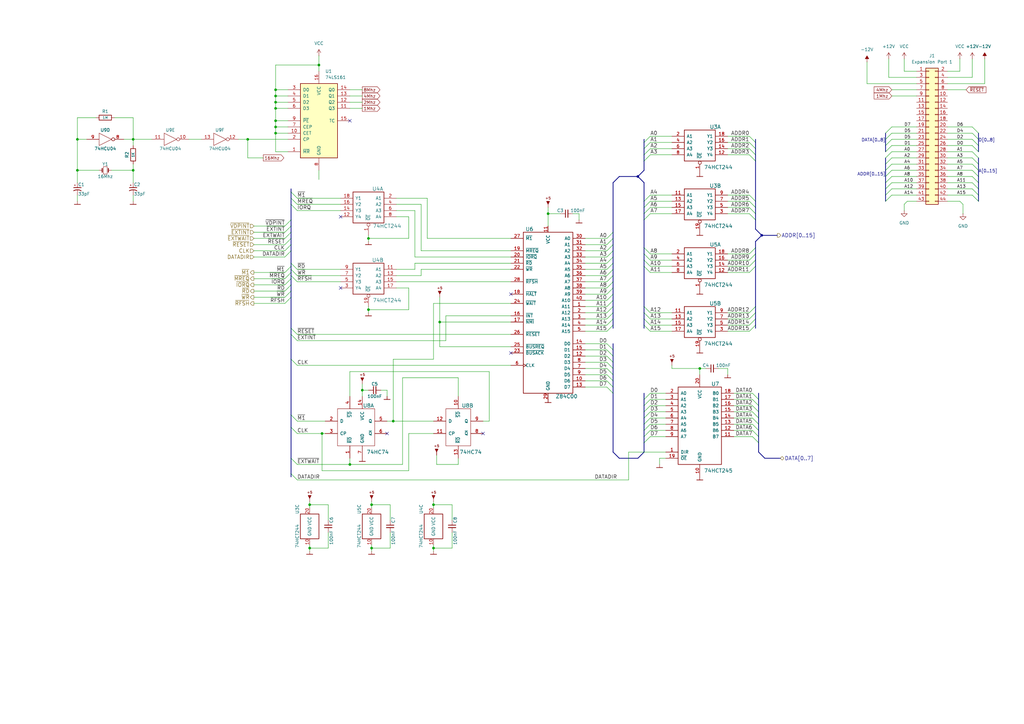
<source format=kicad_sch>
(kicad_sch (version 20231120) (generator "eeschema") (generator_version "8.0")
  (paper "A3")
  (lib_symbols
    (symbol "74xx:74LS04"
      (property "Reference" "U" (at 0 1.27 0))
      (property "Value" "74LS04" (at 0 -1.27 0))
      (symbol "74LS04_1_0"
        (pin input line (at -7.62 0 0) (length 3.81) (name "~") (number "1"))
        (pin output inverted (at 7.62 0 180) (length 3.81) (name "~") (number "2"))
      )
      (symbol "74LS04_2_0"
        (pin input line (at -7.62 0 0) (length 3.81) (name "~") (number "3"))
        (pin output inverted (at 7.62 0 180) (length 3.81) (name "~") (number "4"))
      )
      (symbol "74LS04_3_0"
        (pin input line (at -7.62 0 0) (length 3.81) (name "~") (number "5"))
        (pin output inverted (at 7.62 0 180) (length 3.81) (name "~") (number "6"))
      )
      (symbol "74LS04_4_0"
        (pin output inverted (at 7.62 0 180) (length 3.81) (name "~") (number "8"))
        (pin input line (at -7.62 0 0) (length 3.81) (name "~") (number "9"))
      )
      (symbol "74LS04_5_0"
        (pin output inverted (at 7.62 0 180) (length 3.81) (name "~") (number "10"))
        (pin input line (at -7.62 0 0) (length 3.81) (name "~") (number "11"))
      )
      (symbol "74LS04_6_0"
        (pin output inverted (at 7.62 0 180) (length 3.81) (name "~") (number "12"))
        (pin input line (at -7.62 0 0) (length 3.81) (name "~") (number "13"))
      )
      (symbol "74LS04_7_0"
        (pin power_in line (at 0 12.7 270) (length 5.08) (name "VCC") (number "14"))
        (pin power_in line (at 0 -12.7 90) (length 5.08) (name "GND") (number "7"))
      )
    )
    (symbol "74xx:74LS161" (pin_names (offset 1.016))
      (property "Reference" "U" (at -7.62 16.51 0))
      (property "Value" "74LS161" (at -7.62 -16.51 0))
      (symbol "74LS161_1_0"
        (pin input line (at -12.7 -12.7 0) (length 5.08) (name "~{MR}") (number "1"))
        (pin input line (at -12.7 -5.08 0) (length 5.08) (name "CET") (number "10"))
        (pin output line (at 12.7 5.08 180) (length 5.08) (name "Q3") (number "11"))
        (pin output line (at 12.7 7.62 180) (length 5.08) (name "Q2") (number "12"))
        (pin output line (at 12.7 10.16 180) (length 5.08) (name "Q1") (number "13"))
        (pin output line (at 12.7 12.7 180) (length 5.08) (name "Q0") (number "14"))
        (pin output line (at 12.7 0 180) (length 5.08) (name "TC") (number "15"))
        (pin power_in line (at 0 20.32 270) (length 5.08) (name "VCC") (number "16"))
        (pin input line (at -12.7 -7.62 0) (length 5.08) (name "CP") (number "2"))
        (pin input line (at -12.7 12.7 0) (length 5.08) (name "D0") (number "3"))
        (pin input line (at -12.7 10.16 0) (length 5.08) (name "D1") (number "4"))
        (pin input line (at -12.7 7.62 0) (length 5.08) (name "D2") (number "5"))
        (pin input line (at -12.7 5.08 0) (length 5.08) (name "D3") (number "6"))
        (pin input line (at -12.7 -2.54 0) (length 5.08) (name "CEP") (number "7"))
        (pin power_in line (at 0 -20.32 90) (length 5.08) (name "GND") (number "8"))
        (pin input line (at -12.7 0 0) (length 5.08) (name "~{PE}") (number "9"))
      )
    )
    (symbol "Connector_Generic:Conn_02x22_Odd_Even" (pin_names (offset 1.016) hide)
      (property "Reference" "J" (at 1.27 27.94 0))
      (property "Value" "Conn_02x22_Odd_Even" (at 1.27 -30.48 0))
      (symbol "Conn_02x22_Odd_Even_1_1"
        (pin passive line (at -5.08 25.4 0) (length 3.81) (name "Pin_1") (number "1"))
        (pin passive line (at 7.62 15.24 180) (length 3.81) (name "Pin_10") (number "10"))
        (pin passive line (at -5.08 12.7 0) (length 3.81) (name "Pin_11") (number "11"))
        (pin passive line (at 7.62 12.7 180) (length 3.81) (name "Pin_12") (number "12"))
        (pin passive line (at -5.08 10.16 0) (length 3.81) (name "Pin_13") (number "13"))
        (pin passive line (at 7.62 10.16 180) (length 3.81) (name "Pin_14") (number "14"))
        (pin passive line (at -5.08 7.62 0) (length 3.81) (name "Pin_15") (number "15"))
        (pin passive line (at 7.62 7.62 180) (length 3.81) (name "Pin_16") (number "16"))
        (pin passive line (at -5.08 5.08 0) (length 3.81) (name "Pin_17") (number "17"))
        (pin passive line (at 7.62 5.08 180) (length 3.81) (name "Pin_18") (number "18"))
        (pin passive line (at -5.08 2.54 0) (length 3.81) (name "Pin_19") (number "19"))
        (pin passive line (at 7.62 25.4 180) (length 3.81) (name "Pin_2") (number "2"))
        (pin passive line (at 7.62 2.54 180) (length 3.81) (name "Pin_20") (number "20"))
        (pin passive line (at -5.08 0 0) (length 3.81) (name "Pin_21") (number "21"))
        (pin passive line (at 7.62 0 180) (length 3.81) (name "Pin_22") (number "22"))
        (pin passive line (at -5.08 -2.54 0) (length 3.81) (name "Pin_23") (number "23"))
        (pin passive line (at 7.62 -2.54 180) (length 3.81) (name "Pin_24") (number "24"))
        (pin passive line (at -5.08 -5.08 0) (length 3.81) (name "Pin_25") (number "25"))
        (pin passive line (at 7.62 -5.08 180) (length 3.81) (name "Pin_26") (number "26"))
        (pin passive line (at -5.08 -7.62 0) (length 3.81) (name "Pin_27") (number "27"))
        (pin passive line (at 7.62 -7.62 180) (length 3.81) (name "Pin_28") (number "28"))
        (pin passive line (at -5.08 -10.16 0) (length 3.81) (name "Pin_29") (number "29"))
        (pin passive line (at -5.08 22.86 0) (length 3.81) (name "Pin_3") (number "3"))
        (pin passive line (at 7.62 -10.16 180) (length 3.81) (name "Pin_30") (number "30"))
        (pin passive line (at -5.08 -12.7 0) (length 3.81) (name "Pin_31") (number "31"))
        (pin passive line (at 7.62 -12.7 180) (length 3.81) (name "Pin_32") (number "32"))
        (pin passive line (at -5.08 -15.24 0) (length 3.81) (name "Pin_33") (number "33"))
        (pin passive line (at 7.62 -15.24 180) (length 3.81) (name "Pin_34") (number "34"))
        (pin passive line (at -5.08 -17.78 0) (length 3.81) (name "Pin_35") (number "35"))
        (pin passive line (at 7.62 -17.78 180) (length 3.81) (name "Pin_36") (number "36"))
        (pin passive line (at -5.08 -20.32 0) (length 3.81) (name "Pin_37") (number "37"))
        (pin passive line (at 7.62 -20.32 180) (length 3.81) (name "Pin_38") (number "38"))
        (pin passive line (at -5.08 -22.86 0) (length 3.81) (name "Pin_39") (number "39"))
        (pin passive line (at 7.62 22.86 180) (length 3.81) (name "Pin_4") (number "4"))
        (pin passive line (at 7.62 -22.86 180) (length 3.81) (name "Pin_40") (number "40"))
        (pin passive line (at -5.08 -25.4 0) (length 3.81) (name "Pin_41") (number "41"))
        (pin passive line (at 7.62 -25.4 180) (length 3.81) (name "Pin_42") (number "42"))
        (pin passive line (at -5.08 -27.94 0) (length 3.81) (name "Pin_43") (number "43"))
        (pin passive line (at 7.62 -27.94 180) (length 3.81) (name "Pin_44") (number "44"))
        (pin passive line (at -5.08 20.32 0) (length 3.81) (name "Pin_5") (number "5"))
        (pin passive line (at 7.62 20.32 180) (length 3.81) (name "Pin_6") (number "6"))
        (pin passive line (at -5.08 17.78 0) (length 3.81) (name "Pin_7") (number "7"))
        (pin passive line (at 7.62 17.78 180) (length 3.81) (name "Pin_8") (number "8"))
        (pin passive line (at -5.08 15.24 0) (length 3.81) (name "Pin_9") (number "9"))
      )
    )
    (symbol "artemisa:74HC74" (pin_names (offset 1.016))
      (property "Reference" "U" (at -6.35 8.89 0))
      (property "Value" "74HC74" (at 12.7 -6.35 0))
      (symbol "74HC74_1_1"
        (pin input line (at -2.54 -12.7 90) (length 5.08) (name "~{RD}") (number "1"))
        (pin power_in line (at 2.54 12.7 270) (length 5.08) (name "VCC") (number "14"))
        (pin input line (at -12.7 2.54 0) (length 5.08) (name "D") (number "2"))
        (pin input line (at -12.7 -2.54 0) (length 5.08) (name "CP") (number "3"))
        (pin input line (at -2.54 12.7 270) (length 5.08) (name "~{SD}") (number "4"))
        (pin output line (at 12.7 2.54 180) (length 5.08) (name "Q") (number "5"))
        (pin output line (at 12.7 -2.54 180) (length 5.08) (name "~{Q}") (number "6"))
        (pin power_in line (at 2.54 -12.7 90) (length 5.08) (name "GND") (number "7"))
      )
      (symbol "74HC74_2_1"
        (pin input line (at 0 12.7 270) (length 5.08) (name "~{SD}") (number "10"))
        (pin input line (at -10.16 -2.54 0) (length 5.08) (name "CP") (number "11"))
        (pin input line (at -10.16 2.54 0) (length 5.08) (name "D") (number "12"))
        (pin input line (at 0 -12.7 90) (length 5.08) (name "~{RD}") (number "13"))
        (pin output line (at 10.16 -2.54 180) (length 5.08) (name "~{Q}") (number "8"))
        (pin output line (at 10.16 2.54 180) (length 5.08) (name "Q") (number "9"))
      )
    )
    (symbol "artemisa:74HCT244" (pin_names (offset 1.016))
      (property "Reference" "U" (at 0 7.62 0))
      (property "Value" "74HCT244" (at 10.16 -8.89 0))
      (symbol "74HCT244_1_1"
        (pin input inverted (at 0 -11.43 90) (length 5.0038) (name "~{OE}") (number "1"))
        (pin output line (at 11.43 -3.81 180) (length 5.0038) (name "Y4") (number "12"))
        (pin output line (at 11.43 -1.27 180) (length 5.0038) (name "Y3") (number "14"))
        (pin output line (at 11.43 1.27 180) (length 5.0038) (name "Y2") (number "16"))
        (pin output line (at 11.43 3.81 180) (length 5.0038) (name "Y1") (number "18"))
        (pin input line (at -11.43 3.81 0) (length 5.0038) (name "A1") (number "2"))
        (pin input line (at -11.43 1.27 0) (length 5.0038) (name "A2") (number "4"))
        (pin input line (at -11.43 -1.27 0) (length 5.0038) (name "A3") (number "6"))
        (pin input line (at -11.43 -3.81 0) (length 5.0038) (name "A4") (number "8"))
      )
      (symbol "74HCT244_2_1"
        (pin input line (at -11.43 3.81 0) (length 5.0038) (name "A1") (number "11"))
        (pin input line (at -11.43 1.27 0) (length 5.0038) (name "A2") (number "13"))
        (pin input line (at -11.43 -1.27 0) (length 5.0038) (name "A3") (number "15"))
        (pin input line (at -11.43 -3.81 0) (length 5.0038) (name "A4") (number "17"))
        (pin input inverted (at 0 -11.43 90) (length 5.0038) (name "~{OE}") (number "19"))
        (pin output line (at 11.43 -3.81 180) (length 5.0038) (name "Y4") (number "3"))
        (pin output line (at 11.43 -1.27 180) (length 5.0038) (name "Y3") (number "5"))
        (pin output line (at 11.43 1.27 180) (length 5.0038) (name "Y2") (number "7"))
        (pin output line (at 11.43 3.81 180) (length 5.0038) (name "Y1") (number "9"))
      )
      (symbol "74HCT244_3_1"
        (pin power_in line (at 0 -7.62 90) (length 2.54) (name "GND") (number "10"))
        (pin power_in line (at 0 7.62 270) (length 2.54) (name "VCC") (number "20"))
      )
    )
    (symbol "artemisa:74HCT245" (pin_names (offset 1.016))
      (property "Reference" "U" (at 6.35 12.7 0))
      (property "Value" "74HCT245" (at 6.35 -22.86 0))
      (symbol "74HCT245_1_1"
        (pin input line (at -13.97 -15.24 0) (length 5.08) (name "DIR") (number "1"))
        (pin power_in line (at 0 -25.4 90) (length 5.08) (name "GND") (number "10"))
        (pin bidirectional line (at 13.97 -8.89 180) (length 5.08) (name "B7") (number "11"))
        (pin bidirectional line (at 13.97 -6.35 180) (length 5.08) (name "B6") (number "12"))
        (pin bidirectional line (at 13.97 -3.81 180) (length 5.08) (name "B5") (number "13"))
        (pin bidirectional line (at 13.97 -1.27 180) (length 5.08) (name "B4") (number "14"))
        (pin bidirectional line (at 13.97 1.27 180) (length 5.08) (name "B3") (number "15"))
        (pin bidirectional line (at 13.97 3.81 180) (length 5.08) (name "B2") (number "16"))
        (pin bidirectional line (at 13.97 6.35 180) (length 5.08) (name "B1") (number "17"))
        (pin bidirectional line (at 13.97 8.89 180) (length 5.08) (name "B0") (number "18"))
        (pin input line (at -13.97 -17.78 0) (length 5.08) (name "~{OE}") (number "19"))
        (pin bidirectional line (at -13.97 8.89 0) (length 5.08) (name "A0") (number "2"))
        (pin power_in line (at 0 16.51 270) (length 5.08) (name "VCC") (number "20"))
        (pin bidirectional line (at -13.97 6.35 0) (length 5.08) (name "A1") (number "3"))
        (pin bidirectional line (at -13.97 3.81 0) (length 5.08) (name "A2") (number "4"))
        (pin bidirectional line (at -13.97 1.27 0) (length 5.08) (name "A3") (number "5"))
        (pin bidirectional line (at -13.97 -1.27 0) (length 5.08) (name "A4") (number "6"))
        (pin bidirectional line (at -13.97 -3.81 0) (length 5.08) (name "A5") (number "7"))
        (pin bidirectional line (at -13.97 -6.35 0) (length 5.08) (name "A6") (number "8"))
        (pin bidirectional line (at -13.97 -8.89 0) (length 5.08) (name "A7") (number "9"))
      )
    )
    (symbol "artemisa:74HCU04" (pin_names (offset 0.762) hide)
      (property "Reference" "U" (at -7.62 2.54 0))
      (property "Value" "74HCU04" (at -6.35 -1.27 0))
      (symbol "74HCU04_1_1"
        (text "GND" (at 1.27 -3.81 900) (effects (font (size 0.762 0.762))))
        (text "VCC" (at 1.27 3.81 900) (effects (font (size 0.762 0.762))))
        (pin input line (at -7.62 0 0) (length 5.0038) (name "~") (number "1"))
        (pin power_in line (at 0 5.08 270) (length 3.81) (name "VCC") (number "14"))
        (pin output inverted (at 7.62 0 180) (length 5.0038) (name "~") (number "2"))
        (pin power_in line (at 0 -5.08 90) (length 3.81) (name "GND") (number "7"))
      )
      (symbol "74HCU04_1_2"
        (pin input inverted (at -7.62 0 0) (length 5.08) (name "~") (number "1"))
        (pin output line (at 7.62 0 180) (length 5.08) (name "~") (number "2"))
      )
      (symbol "74HCU04_2_1"
        (pin input line (at -7.62 0 0) (length 5.0038) (name "~") (number "3"))
        (pin output inverted (at 7.62 0 180) (length 5.0038) (name "~") (number "4"))
      )
      (symbol "74HCU04_2_2"
        (pin input inverted (at -7.62 0 0) (length 5.08) (name "~") (number "3"))
        (pin output line (at 7.62 0 180) (length 5.08) (name "~") (number "4"))
      )
      (symbol "74HCU04_3_1"
        (pin input line (at -7.62 0 0) (length 5.0038) (name "~") (number "5"))
        (pin output inverted (at 7.62 0 180) (length 5.0038) (name "~") (number "6"))
      )
      (symbol "74HCU04_3_2"
        (pin input inverted (at -7.62 0 0) (length 5.08) (name "~") (number "5"))
        (pin output line (at 7.62 0 180) (length 5.08) (name "~") (number "6"))
      )
      (symbol "74HCU04_4_1"
        (pin output inverted (at 7.62 0 180) (length 5.0038) (name "~") (number "8"))
        (pin input line (at -7.62 0 0) (length 5.0038) (name "~") (number "9"))
      )
      (symbol "74HCU04_4_2"
        (pin output line (at 7.62 0 180) (length 5.08) (name "~") (number "8"))
        (pin input inverted (at -7.62 0 0) (length 5.08) (name "~") (number "9"))
      )
      (symbol "74HCU04_5_1"
        (pin output inverted (at 7.62 0 180) (length 5.0038) (name "~") (number "10"))
        (pin input line (at -7.62 0 0) (length 5.0038) (name "~") (number "11"))
      )
      (symbol "74HCU04_5_2"
        (pin output line (at 7.62 0 180) (length 5.08) (name "~") (number "10"))
        (pin input inverted (at -7.62 0 0) (length 5.08) (name "~") (number "11"))
      )
      (symbol "74HCU04_6_1"
        (pin output inverted (at 7.62 0 180) (length 5.0038) (name "~") (number "12"))
        (pin input line (at -7.62 0 0) (length 5.0038) (name "~") (number "13"))
      )
      (symbol "74HCU04_6_2"
        (pin output line (at 7.62 0 180) (length 5.08) (name "~") (number "12"))
        (pin input inverted (at -7.62 0 0) (length 5.08) (name "~") (number "13"))
      )
    )
    (symbol "artemisa:CP" (pin_numbers hide) (pin_names (offset 0.254) hide)
      (property "Reference" "C" (at 0.254 1.778 0))
      (property "Value" "CP" (at 0.254 -2.032 0))
      (symbol "CP_1_1"
        (pin passive line (at 0 2.54 270) (length 2.032) (name "~") (number "1"))
        (pin passive line (at 0 -2.54 90) (length 2.032) (name "~") (number "2"))
      )
    )
    (symbol "artemisa:Cap" (pin_numbers hide) (pin_names (offset 0.254) hide)
      (property "Reference" "C" (at 0.254 1.778 0))
      (property "Value" "Cap" (at 0.254 -2.032 0))
      (symbol "Cap_1_1"
        (pin passive line (at 0 2.54 270) (length 2.032) (name "~") (number "1"))
        (pin passive line (at 0 -2.54 90) (length 2.032) (name "~") (number "2"))
      )
    )
    (symbol "artemisa:Crystal" (pin_numbers hide) (pin_names (offset 1.016) hide)
      (property "Reference" "Y" (at 0 2.54 0))
      (property "Value" "Crystal" (at 0 -2.54 0))
      (symbol "Crystal_1_1"
        (pin passive line (at -2.54 0 0) (length 1.27) (name "1") (number "1"))
        (pin passive line (at 2.54 0 180) (length 1.27) (name "2") (number "2"))
      )
    )
    (symbol "artemisa:GND" (power) (pin_numbers hide) (pin_names (offset 0) hide)
      (symbol "GND_1_1"
        (pin power_in line (at 0 0 270) (length 1.27) (name "GND") (number "~"))
      )
    )
    (symbol "artemisa:R" (pin_numbers hide) (pin_names (offset 1.016))
      (property "Reference" "R" (at 0 -2.54 0))
      (property "Value" "R" (at 0 0 0))
      (symbol "R_1_1"
        (pin passive line (at -3.81 0 0) (length 1.27) (name "~") (number "1"))
        (pin passive line (at 3.81 0 180) (length 1.27) (name "~") (number "2"))
      )
    )
    (symbol "artemisa:VCC" (power) (pin_numbers hide) (pin_names (offset 0) hide)
      (symbol "VCC_0_0"
        (text "+5" (at 0 3.81 0) (effects (font (size 1.016 1.016))))
      )
      (symbol "VCC_1_1"
        (pin power_in line (at 0 0 90) (length 1.27) (name "~") (number "~"))
      )
    )
    (symbol "artemisa:Z84C00" (pin_names (offset 1.016))
      (property "Reference" "U" (at -8.89 34.29 0))
      (property "Value" "Z84C00" (at 6.35 -34.29 0))
      (symbol "Z84C00_1_1"
        (pin output line (at 15.24 2.54 180) (length 5.0038) (name "A11") (number "1"))
        (pin bidirectional line (at 15.24 -27.94 180) (length 5.0038) (name "D6") (number "10"))
        (pin power_in line (at 0 35.56 270) (length 2.54) (name "VCC") (number "11"))
        (pin bidirectional line (at 15.24 -17.78 180) (length 5.0038) (name "D2") (number "12"))
        (pin bidirectional line (at 15.24 -30.48 180) (length 5.0038) (name "D7") (number "13"))
        (pin bidirectional line (at 15.24 -12.7 180) (length 5.0038) (name "D0") (number "14"))
        (pin bidirectional line (at 15.24 -15.24 180) (length 5.0038) (name "D1") (number "15"))
        (pin input line (at -15.24 -1.27 0) (length 5.0038) (name "~{INT}") (number "16"))
        (pin input line (at -15.24 -3.81 0) (length 5.0038) (name "~{NMI}") (number "17"))
        (pin output line (at -15.24 7.62 0) (length 5.0038) (name "~{HALT}") (number "18"))
        (pin output line (at -15.24 25.4 0) (length 5.0038) (name "~{MREQ}") (number "19"))
        (pin output line (at 15.24 0 180) (length 5.0038) (name "A12") (number "2"))
        (pin output line (at -15.24 22.86 0) (length 5.0038) (name "~{IORQ}") (number "20"))
        (pin output line (at -15.24 20.32 0) (length 5.0038) (name "~{RD}") (number "21"))
        (pin output line (at -15.24 17.78 0) (length 5.0038) (name "~{WR}") (number "22"))
        (pin output line (at -15.24 -16.51 0) (length 5.0038) (name "~{BUSACK}") (number "23"))
        (pin input line (at -15.24 3.81 0) (length 5.0038) (name "~{WAIT}") (number "24"))
        (pin input line (at -15.24 -13.97 0) (length 5.0038) (name "~{BUSREQ}") (number "25"))
        (pin input line (at -15.24 -8.89 0) (length 5.0038) (name "~{RESET}") (number "26"))
        (pin output line (at -15.24 30.48 0) (length 5.0038) (name "~{M1}") (number "27"))
        (pin output line (at -15.24 12.7 0) (length 5.0038) (name "~{RFSH}") (number "28"))
        (pin power_in line (at 0 -35.56 90) (length 2.54) (name "GND") (number "29"))
        (pin output line (at 15.24 -2.54 180) (length 5.0038) (name "A13") (number "3"))
        (pin output line (at 15.24 30.48 180) (length 5.0038) (name "A0") (number "30"))
        (pin output line (at 15.24 27.94 180) (length 5.0038) (name "A1") (number "31"))
        (pin output line (at 15.24 25.4 180) (length 5.0038) (name "A2") (number "32"))
        (pin output line (at 15.24 22.86 180) (length 5.0038) (name "A3") (number "33"))
        (pin output line (at 15.24 20.32 180) (length 5.0038) (name "A4") (number "34"))
        (pin output line (at 15.24 17.78 180) (length 5.0038) (name "A5") (number "35"))
        (pin output line (at 15.24 15.24 180) (length 5.0038) (name "A6") (number "36"))
        (pin output line (at 15.24 12.7 180) (length 5.0038) (name "A7") (number "37"))
        (pin output line (at 15.24 10.16 180) (length 5.0038) (name "A8") (number "38"))
        (pin output line (at 15.24 7.62 180) (length 5.0038) (name "A9") (number "39"))
        (pin output line (at 15.24 -5.08 180) (length 5.0038) (name "A14") (number "4"))
        (pin output line (at 15.24 5.08 180) (length 5.0038) (name "A10") (number "40"))
        (pin output line (at 15.24 -7.62 180) (length 5.0038) (name "A15") (number "5"))
        (pin input clock (at -15.24 -21.59 0) (length 5.0038) (name "CLK") (number "6"))
        (pin bidirectional line (at 15.24 -22.86 180) (length 5.0038) (name "D4") (number "7"))
        (pin bidirectional line (at 15.24 -20.32 180) (length 5.0038) (name "D3") (number "8"))
        (pin bidirectional line (at 15.24 -25.4 180) (length 5.0038) (name "D5") (number "9"))
      )
    )
    (symbol "power:+12V" (power) (pin_numbers hide) (pin_names (offset 0) hide)
      (property "Value" "+12V" (at 0 3.556 0))
      (symbol "+12V_1_1"
        (pin power_in line (at 0 0 90) (length 0) (name "~") (number "1"))
      )
    )
    (symbol "power:-12V" (power) (pin_numbers hide) (pin_names (offset 0) hide)
      (property "Value" "-12V" (at 0 3.556 0))
      (symbol "-12V_0_0"
        (pin power_in line (at 0 0 90) (length 0) (name "~") (number "1"))
      )
    )
    (symbol "power:GND" (power) (pin_numbers hide) (pin_names (offset 0) hide)
      (property "Value" "GND" (at 0 -3.81 0))
      (symbol "GND_1_1"
        (pin power_in line (at 0 0 270) (length 0) (name "~") (number "1"))
      )
    )
    (symbol "power:VCC" (power) (pin_numbers hide) (pin_names (offset 0) hide)
      (property "Value" "VCC" (at 0 3.556 0))
      (symbol "VCC_1_1"
        (pin power_in line (at 0 0 90) (length 0) (name "~") (number "1"))
      )
    )
  )
  (junction (at 143.51 190.5))
  (junction (at 113.03 49.53))
  (junction (at 54.61 57.15))
  (junction (at 113.03 36.83))
  (junction (at 180.34 132.08))
  (junction (at 127 224.79))
  (junction (at 224.79 87.63))
  (junction (at 312.42 96.52))
  (junction (at 148.59 160.02))
  (junction (at 261.62 72.39))
  (junction (at 113.03 44.45))
  (junction (at 101.6 57.15))
  (junction (at 31.75 69.85))
  (junction (at 152.4 207.01))
  (junction (at 152.4 224.79))
  (junction (at 177.8 224.79))
  (junction (at 54.61 69.85))
  (junction (at 161.29 172.72))
  (junction (at 177.8 207.01))
  (junction (at 132.08 177.8))
  (junction (at 113.03 39.37))
  (junction (at 176.53 354.33))
  (junction (at 31.75 57.15))
  (junction (at 151.13 97.79))
  (junction (at 287.02 151.13))
  (junction (at 113.03 52.07))
  (junction (at 127 207.01))
  (junction (at 176.53 382.27))
  (junction (at 113.03 54.61))
  (junction (at 113.03 41.91))
  (junction (at 130.81 26.67))
  (junction (at 151.13 127))
  (no_connect (at 139.7 88.9))
  (no_connect (at 143.51 49.53))
  (no_connect (at 139.7 118.11))
  (no_connect (at 158.75 177.8))
  (no_connect (at 209.55 144.78))
  (no_connect (at 209.55 120.65))
  (no_connect (at 198.12 177.8))
  (bus_entry (at 266.7 173.99) (size -2.54 2.54))
  (bus_entry (at 119.38 170.18) (size 2.54 2.54))
  (bus_entry (at 307.34 85.09) (size 2.54 2.54))
  (bus_entry (at 266.7 60.96) (size -2.54 2.54))
  (bus_entry (at 363.22 72.39) (size 2.54 -2.54))
  (bus_entry (at 363.22 77.47) (size 2.54 -2.54))
  (bus_entry (at 119.38 113.03) (size 2.54 2.54))
  (bus_entry (at 266.7 104.14) (size -2.54 -2.54))
  (bus_entry (at 266.7 171.45) (size -2.54 2.54))
  (bus_entry (at 248.92 118.11) (size 2.54 -2.54))
  (bus_entry (at 363.22 59.69) (size 2.54 -2.54))
  (bus_entry (at 119.38 147.32) (size 2.54 2.54))
  (bus_entry (at 308.61 176.53) (size 2.54 2.54))
  (bus_entry (at 248.92 153.67) (size 2.54 2.54))
  (bus_entry (at 401.32 80.01) (size -2.54 -2.54))
  (bus_entry (at 307.34 63.5) (size 2.54 2.54))
  (bus_entry (at 401.32 82.55) (size -2.54 -2.54))
  (bus_entry (at 119.38 90.17) (size -2.54 2.54))
  (bus_entry (at 363.22 54.61) (size 2.54 -2.54))
  (bus_entry (at 119.38 110.49) (size 2.54 2.54))
  (bus_entry (at 248.92 123.19) (size 2.54 -2.54))
  (bus_entry (at 401.32 69.85) (size -2.54 -2.54))
  (bus_entry (at 266.7 85.09) (size -2.54 2.54))
  (bus_entry (at 401.32 62.23) (size -2.54 -2.54))
  (bus_entry (at 307.34 109.22) (size 2.54 -2.54))
  (bus_entry (at 266.7 176.53) (size -2.54 2.54))
  (bus_entry (at 248.92 113.03) (size 2.54 -2.54))
  (bus_entry (at 307.34 87.63) (size 2.54 2.54))
  (bus_entry (at 307.34 55.88) (size 2.54 2.54))
  (bus_entry (at 401.32 64.77) (size -2.54 -2.54))
  (bus_entry (at 119.38 121.92) (size -2.54 2.54))
  (bus_entry (at 266.7 55.88) (size -2.54 2.54))
  (bus_entry (at 307.34 60.96) (size 2.54 2.54))
  (bus_entry (at 307.34 106.68) (size 2.54 -2.54))
  (bus_entry (at 119.38 119.38) (size -2.54 2.54))
  (bus_entry (at 119.38 97.79) (size -2.54 2.54))
  (bus_entry (at 401.32 59.69) (size -2.54 -2.54))
  (bus_entry (at 119.38 100.33) (size -2.54 2.54))
  (bus_entry (at 266.7 58.42) (size -2.54 2.54))
  (bus_entry (at 266.7 111.76) (size -2.54 -2.54))
  (bus_entry (at 248.92 135.89) (size 2.54 -2.54))
  (bus_entry (at 248.92 133.35) (size 2.54 -2.54))
  (bus_entry (at 401.32 57.15) (size -2.54 -2.54))
  (bus_entry (at 308.61 163.83) (size 2.54 2.54))
  (bus_entry (at 308.61 168.91) (size 2.54 2.54))
  (bus_entry (at 266.7 80.01) (size -2.54 2.54))
  (bus_entry (at 248.92 125.73) (size 2.54 -2.54))
  (bus_entry (at 307.34 82.55) (size 2.54 2.54))
  (bus_entry (at 401.32 67.31) (size -2.54 -2.54))
  (bus_entry (at 119.38 116.84) (size -2.54 2.54))
  (bus_entry (at 248.92 115.57) (size 2.54 -2.54))
  (bus_entry (at 248.92 110.49) (size 2.54 -2.54))
  (bus_entry (at 119.38 137.16) (size 2.54 2.54))
  (bus_entry (at 401.32 74.93) (size -2.54 -2.54))
  (bus_entry (at 266.7 179.07) (size -2.54 2.54))
  (bus_entry (at 307.34 104.14) (size 2.54 -2.54))
  (bus_entry (at 266.7 128.27) (size -2.54 -2.54))
  (bus_entry (at 266.7 106.68) (size -2.54 -2.54))
  (bus_entry (at 363.22 57.15) (size 2.54 -2.54))
  (bus_entry (at 119.38 111.76) (size -2.54 2.54))
  (bus_entry (at 266.7 130.81) (size -2.54 -2.54))
  (bus_entry (at 248.92 105.41) (size 2.54 -2.54))
  (bus_entry (at 266.7 109.22) (size -2.54 -2.54))
  (bus_entry (at 119.38 92.71) (size -2.54 2.54))
  (bus_entry (at 119.38 194.31) (size 2.54 2.54))
  (bus_entry (at 266.7 133.35) (size -2.54 -2.54))
  (bus_entry (at 119.38 107.95) (size 2.54 2.54))
  (bus_entry (at 266.7 87.63) (size -2.54 2.54))
  (bus_entry (at 401.32 54.61) (size -2.54 -2.54))
  (bus_entry (at 119.38 78.74) (size 2.54 2.54))
  (bus_entry (at 248.92 120.65) (size 2.54 -2.54))
  (bus_entry (at 248.92 128.27) (size 2.54 -2.54))
  (bus_entry (at 119.38 114.3) (size -2.54 2.54))
  (bus_entry (at 119.38 134.62) (size 2.54 2.54))
  (bus_entry (at 307.34 133.35) (size 2.54 -2.54))
  (bus_entry (at 248.92 107.95) (size 2.54 -2.54))
  (bus_entry (at 248.92 156.21) (size 2.54 2.54))
  (bus_entry (at 307.34 130.81) (size 2.54 -2.54))
  (bus_entry (at 308.61 179.07) (size 2.54 2.54))
  (bus_entry (at 307.34 111.76) (size 2.54 -2.54))
  (bus_entry (at 119.38 109.22) (size -2.54 2.54))
  (bus_entry (at 266.7 63.5) (size -2.54 2.54))
  (bus_entry (at 266.7 168.91) (size -2.54 2.54))
  (bus_entry (at 308.61 166.37) (size 2.54 2.54))
  (bus_entry (at 308.61 171.45) (size 2.54 2.54))
  (bus_entry (at 401.32 72.39) (size -2.54 -2.54))
  (bus_entry (at 266.7 135.89) (size -2.54 -2.54))
  (bus_entry (at 363.22 64.77) (size 2.54 -2.54))
  (bus_entry (at 307.34 128.27) (size 2.54 -2.54))
  (bus_entry (at 308.61 161.29) (size 2.54 2.54))
  (bus_entry (at 248.92 102.87) (size 2.54 -2.54))
  (bus_entry (at 307.34 58.42) (size 2.54 2.54))
  (bus_entry (at 363.22 69.85) (size 2.54 -2.54))
  (bus_entry (at 363.22 67.31) (size 2.54 -2.54))
  (bus_entry (at 119.38 81.28) (size 2.54 2.54))
  (bus_entry (at 119.38 83.82) (size 2.54 2.54))
  (bus_entry (at 266.7 82.55) (size -2.54 2.54))
  (bus_entry (at 248.92 140.97) (size 2.54 2.54))
  (bus_entry (at 307.34 80.01) (size 2.54 2.54))
  (bus_entry (at 266.7 161.29) (size -2.54 2.54))
  (bus_entry (at 248.92 97.79) (size 2.54 -2.54))
  (bus_entry (at 308.61 173.99) (size 2.54 2.54))
  (bus_entry (at 266.7 166.37) (size -2.54 2.54))
  (bus_entry (at 248.92 158.75) (size 2.54 2.54))
  (bus_entry (at 119.38 95.25) (size -2.54 2.54))
  (bus_entry (at 119.38 102.87) (size -2.54 2.54))
  (bus_entry (at 401.32 77.47) (size -2.54 -2.54))
  (bus_entry (at 248.92 100.33) (size 2.54 -2.54))
  (bus_entry (at 248.92 151.13) (size 2.54 2.54))
  (bus_entry (at 363.22 62.23) (size 2.54 -2.54))
  (bus_entry (at 363.22 74.93) (size 2.54 -2.54))
  (bus_entry (at 363.22 82.55) (size 2.54 -2.54))
  (bus_entry (at 307.34 135.89) (size 2.54 -2.54))
  (bus_entry (at 248.92 130.81) (size 2.54 -2.54))
  (bus_entry (at 248.92 143.51) (size 2.54 2.54))
  (bus_entry (at 266.7 163.83) (size -2.54 2.54))
  (bus_entry (at 119.38 187.96) (size 2.54 2.54))
  (bus_entry (at 119.38 175.26) (size 2.54 2.54))
  (bus_entry (at 363.22 80.01) (size 2.54 -2.54))
  (bus_entry (at 248.92 146.05) (size 2.54 2.54))
  (bus_entry (at 248.92 148.59) (size 2.54 2.54))
  (bus (pts (xy 251.46 110.49) (xy 251.46 113.03)))
  (bus (pts (xy 119.38 194.31) (xy 119.38 195.58)))
  (wire (pts (xy 224.79 87.63) (xy 224.79 85.09)))
  (bus (pts (xy 264.16 171.45) (xy 264.16 173.99)))
  (wire (pts (xy 365.76 52.07) (xy 375.92 52.07)))
  (bus (pts (xy 251.46 133.35) (xy 251.46 134.62)))
  (wire (pts (xy 388.62 69.85) (xy 398.78 69.85)))
  (wire (pts (xy 266.7 111.76) (xy 275.59 111.76)))
  (bus (pts (xy 264.16 66.04) (xy 264.16 69.85)))
  (wire (pts (xy 127 207.01) (xy 134.62 207.01)))
  (wire (pts (xy 308.61 171.45) (xy 300.99 171.45)))
  (wire (pts (xy 372.11 82.55) (xy 375.92 82.55)))
  (bus (pts (xy 363.22 74.93) (xy 363.22 77.47)))
  (wire (pts (xy 152.4 223.52) (xy 152.4 224.79)))
  (wire (pts (xy 248.92 110.49) (xy 240.03 110.49)))
  (bus (pts (xy 363.22 77.47) (xy 363.22 80.01)))
  (wire (pts (xy 240.03 118.11) (xy 248.92 118.11)))
  (wire (pts (xy 393.7 24.13) (xy 393.7 29.21)))
  (wire (pts (xy 308.61 179.07) (xy 300.99 179.07)))
  (bus (pts (xy 264.16 63.5) (xy 264.16 66.04)))
  (bus (pts (xy 264.16 168.91) (xy 264.16 171.45)))
  (wire (pts (xy 365.76 74.93) (xy 375.92 74.93)))
  (bus (pts (xy 119.38 77.47) (xy 119.38 78.74)))
  (wire (pts (xy 187.96 154.94) (xy 165.1 154.94)))
  (wire (pts (xy 365.76 57.15) (xy 375.92 57.15)))
  (wire (pts (xy 266.7 130.81) (xy 275.59 130.81)))
  (wire (pts (xy 113.03 54.61) (xy 118.11 54.61)))
  (bus (pts (xy 251.46 102.87) (xy 251.46 105.41)))
  (wire (pts (xy 355.6 34.29) (xy 375.92 34.29)))
  (bus (pts (xy 264.16 163.83) (xy 264.16 166.37)))
  (wire (pts (xy 104.14 100.33) (xy 116.84 100.33)))
  (bus (pts (xy 309.88 82.55) (xy 309.88 85.09)))
  (wire (pts (xy 113.03 54.61) (xy 113.03 52.07)))
  (wire (pts (xy 148.59 160.02) (xy 148.59 162.56)))
  (wire (pts (xy 176.53 351.79) (xy 176.53 354.33)))
  (bus (pts (xy 264.16 161.29) (xy 264.16 163.83)))
  (bus (pts (xy 251.46 74.93) (xy 251.46 95.25)))
  (bus (pts (xy 119.38 95.25) (xy 119.38 97.79)))
  (wire (pts (xy 127 205.74) (xy 127 207.01)))
  (wire (pts (xy 121.92 196.85) (xy 257.81 196.85)))
  (wire (pts (xy 388.62 74.93) (xy 398.78 74.93)))
  (wire (pts (xy 403.86 34.29) (xy 403.86 24.13)))
  (wire (pts (xy 139.7 115.57) (xy 121.92 115.57)))
  (bus (pts (xy 309.88 101.6) (xy 309.88 104.14)))
  (wire (pts (xy 275.59 85.09) (xy 266.7 85.09)))
  (bus (pts (xy 251.46 100.33) (xy 251.46 102.87)))
  (wire (pts (xy 266.7 173.99) (xy 273.05 173.99)))
  (wire (pts (xy 266.7 179.07) (xy 273.05 179.07)))
  (wire (pts (xy 113.03 26.67) (xy 130.81 26.67)))
  (wire (pts (xy 248.92 120.65) (xy 240.03 120.65)))
  (wire (pts (xy 370.84 86.36) (xy 370.84 83.82)))
  (bus (pts (xy 251.46 113.03) (xy 251.46 115.57)))
  (bus (pts (xy 264.16 74.93) (xy 264.16 82.55)))
  (bus (pts (xy 363.22 57.15) (xy 363.22 59.69)))
  (wire (pts (xy 143.51 190.5) (xy 121.92 190.5)))
  (wire (pts (xy 104.14 92.71) (xy 116.84 92.71)))
  (wire (pts (xy 248.92 125.73) (xy 240.03 125.73)))
  (bus (pts (xy 251.46 148.59) (xy 251.46 151.13)))
  (wire (pts (xy 162.56 115.57) (xy 209.55 115.57)))
  (wire (pts (xy 365.76 39.37) (xy 375.92 39.37)))
  (wire (pts (xy 132.08 177.8) (xy 132.08 193.04)))
  (wire (pts (xy 151.13 160.02) (xy 148.59 160.02)))
  (wire (pts (xy 248.92 105.41) (xy 240.03 105.41)))
  (wire (pts (xy 175.26 97.79) (xy 209.55 97.79)))
  (bus (pts (xy 311.15 161.29) (xy 311.15 163.83)))
  (wire (pts (xy 308.61 168.91) (xy 300.99 168.91)))
  (bus (pts (xy 309.88 128.27) (xy 309.88 130.81)))
  (wire (pts (xy 101.6 64.77) (xy 101.6 57.15)))
  (bus (pts (xy 119.38 113.03) (xy 119.38 114.3)))
  (wire (pts (xy 275.59 133.35) (xy 266.7 133.35)))
  (wire (pts (xy 158.75 160.02) (xy 156.21 160.02)))
  (wire (pts (xy 127 223.52) (xy 127 224.79)))
  (wire (pts (xy 151.13 96.52) (xy 151.13 97.79)))
  (wire (pts (xy 195.58 354.33) (xy 195.58 356.87)))
  (bus (pts (xy 401.32 67.31) (xy 401.32 69.85)))
  (bus (pts (xy 251.46 158.75) (xy 251.46 161.29)))
  (wire (pts (xy 388.62 36.83) (xy 396.24 36.83)))
  (bus (pts (xy 251.46 118.11) (xy 251.46 120.65)))
  (bus (pts (xy 309.88 133.35) (xy 309.88 134.62)))
  (wire (pts (xy 113.03 36.83) (xy 118.11 36.83)))
  (bus (pts (xy 401.32 59.69) (xy 401.32 62.23)))
  (wire (pts (xy 121.92 177.8) (xy 132.08 177.8)))
  (bus (pts (xy 251.46 105.41) (xy 251.46 107.95)))
  (bus (pts (xy 363.22 67.31) (xy 363.22 69.85)))
  (bus (pts (xy 251.46 143.51) (xy 251.46 146.05)))
  (wire (pts (xy 121.92 81.28) (xy 139.7 81.28)))
  (bus (pts (xy 311.15 181.61) (xy 311.15 185.42)))
  (bus (pts (xy 309.88 66.04) (xy 309.88 82.55)))
  (wire (pts (xy 248.92 153.67) (xy 240.03 153.67)))
  (bus (pts (xy 119.38 134.62) (xy 119.38 137.16)))
  (wire (pts (xy 237.49 87.63) (xy 234.95 87.63)))
  (wire (pts (xy 45.72 69.85) (xy 54.61 69.85)))
  (wire (pts (xy 388.62 31.75) (xy 398.78 31.75)))
  (wire (pts (xy 298.45 104.14) (xy 307.34 104.14)))
  (wire (pts (xy 355.6 34.29) (xy 355.6 25.4)))
  (bus (pts (xy 264.16 176.53) (xy 264.16 179.07)))
  (bus (pts (xy 264.16 101.6) (xy 264.16 104.14)))
  (wire (pts (xy 172.72 102.87) (xy 209.55 102.87)))
  (wire (pts (xy 308.61 163.83) (xy 300.99 163.83)))
  (wire (pts (xy 209.55 110.49) (xy 172.72 110.49)))
  (wire (pts (xy 307.34 135.89) (xy 298.45 135.89)))
  (bus (pts (xy 401.32 64.77) (xy 401.32 67.31)))
  (wire (pts (xy 365.76 69.85) (xy 375.92 69.85)))
  (wire (pts (xy 365.76 59.69) (xy 375.92 59.69)))
  (wire (pts (xy 266.7 161.29) (xy 273.05 161.29)))
  (bus (pts (xy 119.38 147.32) (xy 119.38 170.18)))
  (wire (pts (xy 180.34 121.92) (xy 180.34 132.08)))
  (wire (pts (xy 158.75 172.72) (xy 161.29 172.72)))
  (wire (pts (xy 248.92 158.75) (xy 240.03 158.75)))
  (bus (pts (xy 251.46 125.73) (xy 251.46 128.27)))
  (wire (pts (xy 308.61 173.99) (xy 300.99 173.99)))
  (wire (pts (xy 307.34 82.55) (xy 298.45 82.55)))
  (wire (pts (xy 31.75 82.55) (xy 31.75 80.01)))
  (bus (pts (xy 311.15 176.53) (xy 311.15 179.07)))
  (wire (pts (xy 167.64 97.79) (xy 151.13 97.79)))
  (bus (pts (xy 264.16 109.22) (xy 264.16 125.73)))
  (wire (pts (xy 54.61 82.55) (xy 54.61 80.01)))
  (wire (pts (xy 152.4 207.01) (xy 152.4 208.28)))
  (bus (pts (xy 264.16 58.42) (xy 264.16 60.96)))
  (bus (pts (xy 311.15 163.83) (xy 311.15 166.37)))
  (bus (pts (xy 311.15 168.91) (xy 311.15 171.45)))
  (wire (pts (xy 365.76 36.83) (xy 375.92 36.83)))
  (bus (pts (xy 119.38 109.22) (xy 119.38 110.49)))
  (wire (pts (xy 179.07 190.5) (xy 179.07 186.69)))
  (wire (pts (xy 134.62 218.44) (xy 134.62 224.79)))
  (bus (pts (xy 251.46 130.81) (xy 251.46 133.35)))
  (wire (pts (xy 54.61 48.26) (xy 54.61 57.15)))
  (wire (pts (xy 121.92 137.16) (xy 209.55 137.16)))
  (bus (pts (xy 251.46 95.25) (xy 251.46 97.79)))
  (wire (pts (xy 151.13 127) (xy 151.13 128.27)))
  (wire (pts (xy 364.49 31.75) (xy 364.49 24.13)))
  (wire (pts (xy 143.51 41.91) (xy 148.59 41.91)))
  (wire (pts (xy 240.03 102.87) (xy 248.92 102.87)))
  (bus (pts (xy 119.38 111.76) (xy 119.38 113.03)))
  (wire (pts (xy 116.84 119.38) (xy 104.14 119.38)))
  (wire (pts (xy 240.03 128.27) (xy 248.92 128.27)))
  (wire (pts (xy 176.53 382.27) (xy 195.58 382.27)))
  (bus (pts (xy 119.38 116.84) (xy 119.38 119.38)))
  (wire (pts (xy 175.26 81.28) (xy 162.56 81.28)))
  (bus (pts (xy 264.16 69.85) (xy 261.62 72.39)))
  (bus (pts (xy 309.88 87.63) (xy 309.88 90.17)))
  (wire (pts (xy 167.64 127) (xy 167.64 118.11)))
  (wire (pts (xy 177.8 223.52) (xy 177.8 224.79)))
  (wire (pts (xy 116.84 105.41) (xy 104.14 105.41)))
  (wire (pts (xy 229.87 87.63) (xy 224.79 87.63)))
  (wire (pts (xy 152.4 207.01) (xy 160.02 207.01)))
  (wire (pts (xy 143.51 152.4) (xy 200.66 152.4)))
  (wire (pts (xy 388.62 72.39) (xy 398.78 72.39)))
  (wire (pts (xy 275.59 60.96) (xy 266.7 60.96)))
  (wire (pts (xy 113.03 52.07) (xy 118.11 52.07)))
  (bus (pts (xy 309.88 125.73) (xy 309.88 128.27)))
  (wire (pts (xy 388.62 67.31) (xy 398.78 67.31)))
  (wire (pts (xy 167.64 118.11) (xy 162.56 118.11)))
  (wire (pts (xy 298.45 151.13) (xy 294.64 151.13)))
  (wire (pts (xy 113.03 36.83) (xy 113.03 26.67)))
  (wire (pts (xy 113.03 41.91) (xy 113.03 39.37)))
  (wire (pts (xy 298.45 85.09) (xy 307.34 85.09)))
  (bus (pts (xy 311.15 179.07) (xy 311.15 181.61)))
  (bus (pts (xy 264.16 179.07) (xy 264.16 181.61)))
  (bus (pts (xy 309.88 85.09) (xy 309.88 87.63)))
  (bus (pts (xy 251.46 185.42) (xy 254 187.96)))
  (wire (pts (xy 161.29 147.32) (xy 177.8 147.32)))
  (wire (pts (xy 307.34 58.42) (xy 298.45 58.42)))
  (wire (pts (xy 116.84 102.87) (xy 104.14 102.87)))
  (wire (pts (xy 388.62 52.07) (xy 398.78 52.07)))
  (wire (pts (xy 365.76 80.01) (xy 375.92 80.01)))
  (wire (pts (xy 275.59 151.13) (xy 287.02 151.13)))
  (wire (pts (xy 113.03 44.45) (xy 113.03 41.91)))
  (wire (pts (xy 237.49 90.17) (xy 237.49 87.63)))
  (wire (pts (xy 113.03 62.23) (xy 113.03 54.61)))
  (wire (pts (xy 116.84 111.76) (xy 104.14 111.76)))
  (wire (pts (xy 143.51 190.5) (xy 165.1 190.5)))
  (wire (pts (xy 298.45 109.22) (xy 307.34 109.22)))
  (wire (pts (xy 104.14 116.84) (xy 116.84 116.84)))
  (wire (pts (xy 107.95 64.77) (xy 101.6 64.77)))
  (bus (pts (xy 309.88 104.14) (xy 309.88 106.68)))
  (wire (pts (xy 132.08 177.8) (xy 133.35 177.8)))
  (wire (pts (xy 130.81 69.85) (xy 130.81 73.66)))
  (bus (pts (xy 119.38 90.17) (xy 119.38 92.71)))
  (wire (pts (xy 388.62 59.69) (xy 398.78 59.69)))
  (wire (pts (xy 298.45 133.35) (xy 307.34 133.35)))
  (wire (pts (xy 104.14 121.92) (xy 116.84 121.92)))
  (wire (pts (xy 375.92 29.21) (xy 370.84 29.21)))
  (wire (pts (xy 127 224.79) (xy 127 226.06)))
  (wire (pts (xy 266.7 63.5) (xy 275.59 63.5)))
  (bus (pts (xy 251.46 115.57) (xy 251.46 118.11)))
  (wire (pts (xy 307.34 87.63) (xy 298.45 87.63)))
  (wire (pts (xy 287.02 151.13) (xy 287.02 153.67)))
  (wire (pts (xy 298.45 60.96) (xy 307.34 60.96)))
  (wire (pts (xy 121.92 149.86) (xy 209.55 149.86)))
  (wire (pts (xy 134.62 224.79) (xy 127 224.79)))
  (bus (pts (xy 311.15 185.42) (xy 313.69 187.96)))
  (bus (pts (xy 309.88 93.98) (xy 312.42 96.52)))
  (bus (pts (xy 264.16 173.99) (xy 264.16 176.53)))
  (bus (pts (xy 251.46 107.95) (xy 251.46 110.49)))
  (wire (pts (xy 394.97 83.82) (xy 394.97 87.63)))
  (wire (pts (xy 113.03 44.45) (xy 118.11 44.45)))
  (bus (pts (xy 309.88 58.42) (xy 309.88 60.96)))
  (wire (pts (xy 388.62 29.21) (xy 393.7 29.21)))
  (wire (pts (xy 162.56 88.9) (xy 167.64 88.9)))
  (wire (pts (xy 308.61 161.29) (xy 300.99 161.29)))
  (bus (pts (xy 264.16 106.68) (xy 264.16 109.22)))
  (wire (pts (xy 289.56 151.13) (xy 287.02 151.13)))
  (wire (pts (xy 113.03 49.53) (xy 113.03 44.45)))
  (wire (pts (xy 101.6 57.15) (xy 118.11 57.15)))
  (wire (pts (xy 307.34 63.5) (xy 298.45 63.5)))
  (wire (pts (xy 240.03 133.35) (xy 248.92 133.35)))
  (wire (pts (xy 113.03 39.37) (xy 113.03 36.83)))
  (wire (pts (xy 139.7 113.03) (xy 121.92 113.03)))
  (bus (pts (xy 309.88 63.5) (xy 309.88 66.04)))
  (wire (pts (xy 148.59 157.48) (xy 148.59 160.02)))
  (wire (pts (xy 160.02 207.01) (xy 160.02 213.36)))
  (wire (pts (xy 54.61 57.15) (xy 54.61 59.69)))
  (wire (pts (xy 165.1 154.94) (xy 165.1 190.5)))
  (wire (pts (xy 152.4 205.74) (xy 152.4 207.01)))
  (wire (pts (xy 185.42 218.44) (xy 185.42 224.79)))
  (bus (pts (xy 119.38 170.18) (xy 119.38 175.26)))
  (bus (pts (xy 119.38 187.96) (xy 119.38 194.31)))
  (wire (pts (xy 31.75 69.85) (xy 31.75 74.93)))
  (wire (pts (xy 365.76 62.23) (xy 375.92 62.23)))
  (wire (pts (xy 273.05 187.96) (xy 270.51 187.96)))
  (wire (pts (xy 118.11 62.23) (xy 113.03 62.23)))
  (wire (pts (xy 187.96 190.5) (xy 187.96 187.96)))
  (wire (pts (xy 54.61 67.31) (xy 54.61 69.85)))
  (bus (pts (xy 309.88 90.17) (xy 309.88 93.98)))
  (wire (pts (xy 176.53 354.33) (xy 195.58 354.33)))
  (wire (pts (xy 170.18 86.36) (xy 170.18 105.41)))
  (wire (pts (xy 388.62 82.55) (xy 393.7 82.55)))
  (bus (pts (xy 312.42 96.52) (xy 318.77 96.52)))
  (bus (pts (xy 254 72.39) (xy 251.46 74.93)))
  (wire (pts (xy 275.59 55.88) (xy 266.7 55.88)))
  (wire (pts (xy 121.92 110.49) (xy 139.7 110.49)))
  (wire (pts (xy 266.7 82.55) (xy 275.59 82.55)))
  (bus (pts (xy 401.32 72.39) (xy 401.32 74.93)))
  (wire (pts (xy 127 207.01) (xy 127 208.28)))
  (wire (pts (xy 375.92 31.75) (xy 364.49 31.75)))
  (wire (pts (xy 266.7 166.37) (xy 273.05 166.37)))
  (wire (pts (xy 307.34 106.68) (xy 298.45 106.68)))
  (wire (pts (xy 161.29 147.32) (xy 161.29 172.72)))
  (bus (pts (xy 264.16 60.96) (xy 264.16 63.5)))
  (bus (pts (xy 119.38 92.71) (xy 119.38 95.25)))
  (wire (pts (xy 388.62 62.23) (xy 398.78 62.23)))
  (wire (pts (xy 248.92 143.51) (xy 240.03 143.51)))
  (wire (pts (xy 257.81 185.42) (xy 273.05 185.42)))
  (wire (pts (xy 154.94 354.33) (xy 176.53 354.33)))
  (wire (pts (xy 240.03 97.79) (xy 248.92 97.79)))
  (wire (pts (xy 172.72 113.03) (xy 162.56 113.03)))
  (wire (pts (xy 97.79 57.15) (xy 101.6 57.15)))
  (wire (pts (xy 172.72 102.87) (xy 172.72 83.82)))
  (wire (pts (xy 370.84 24.13) (xy 370.84 29.21)))
  (bus (pts (xy 309.88 60.96) (xy 309.88 63.5)))
  (wire (pts (xy 248.92 146.05) (xy 240.03 146.05)))
  (bus (pts (xy 264.16 90.17) (xy 264.16 101.6)))
  (bus (pts (xy 309.88 99.06) (xy 312.42 96.52)))
  (bus (pts (xy 264.16 130.81) (xy 264.16 133.35)))
  (bus (pts (xy 401.32 69.85) (xy 401.32 72.39)))
  (wire (pts (xy 240.03 107.95) (xy 248.92 107.95)))
  (bus (pts (xy 251.46 151.13) (xy 251.46 153.67)))
  (wire (pts (xy 177.8 207.01) (xy 177.8 208.28)))
  (wire (pts (xy 182.88 139.7) (xy 182.88 129.54)))
  (wire (pts (xy 54.61 57.15) (xy 50.8 57.15)))
  (wire (pts (xy 240.03 113.03) (xy 248.92 113.03)))
  (wire (pts (xy 54.61 48.26) (xy 46.99 48.26)))
  (wire (pts (xy 200.66 172.72) (xy 200.66 152.4)))
  (bus (pts (xy 363.22 59.69) (xy 363.22 62.23)))
  (wire (pts (xy 308.61 176.53) (xy 300.99 176.53)))
  (bus (pts (xy 264.16 125.73) (xy 264.16 128.27)))
  (wire (pts (xy 248.92 130.81) (xy 240.03 130.81)))
  (wire (pts (xy 172.72 83.82) (xy 162.56 83.82)))
  (wire (pts (xy 365.76 67.31) (xy 375.92 67.31)))
  (bus (pts (xy 363.22 64.77) (xy 363.22 67.31)))
  (bus (pts (xy 264.16 128.27) (xy 264.16 130.81)))
  (wire (pts (xy 388.62 77.47) (xy 398.78 77.47)))
  (wire (pts (xy 248.92 100.33) (xy 240.03 100.33)))
  (wire (pts (xy 177.8 207.01) (xy 185.42 207.01)))
  (wire (pts (xy 198.12 172.72) (xy 200.66 172.72)))
  (wire (pts (xy 266.7 106.68) (xy 275.59 106.68)))
  (bus (pts (xy 119.38 110.49) (xy 119.38 111.76)))
  (wire (pts (xy 298.45 128.27) (xy 307.34 128.27)))
  (wire (pts (xy 180.34 132.08) (xy 209.55 132.08)))
  (bus (pts (xy 119.38 100.33) (xy 119.38 102.87)))
  (bus (pts (xy 119.38 175.26) (xy 119.38 187.96)))
  (wire (pts (xy 388.62 80.01) (xy 398.78 80.01)))
  (wire (pts (xy 365.76 77.47) (xy 375.92 77.47)))
  (wire (pts (xy 365.76 64.77) (xy 375.92 64.77)))
  (wire (pts (xy 388.62 64.77) (xy 398.78 64.77)))
  (bus (pts (xy 264.16 87.63) (xy 264.16 90.17)))
  (bus (pts (xy 251.46 153.67) (xy 251.46 156.21)))
  (wire (pts (xy 113.03 49.53) (xy 118.11 49.53)))
  (wire (pts (xy 187.96 162.56) (xy 187.96 154.94)))
  (wire (pts (xy 160.02 224.79) (xy 152.4 224.79)))
  (bus (pts (xy 401.32 77.47) (xy 401.32 80.01)))
  (wire (pts (xy 180.34 142.24) (xy 209.55 142.24)))
  (bus (pts (xy 264.16 185.42) (xy 261.62 187.96)))
  (wire (pts (xy 154.94 356.87) (xy 154.94 354.33)))
  (wire (pts (xy 130.81 22.86) (xy 130.81 26.67)))
  (wire (pts (xy 308.61 166.37) (xy 300.99 166.37)))
  (wire (pts (xy 248.92 115.57) (xy 240.03 115.57)))
  (bus (pts (xy 264.16 133.35) (xy 264.16 134.62)))
  (wire (pts (xy 104.14 114.3) (xy 116.84 114.3)))
  (bus (pts (xy 363.22 80.01) (xy 363.22 82.55)))
  (wire (pts (xy 158.75 162.56) (xy 158.75 160.02)))
  (bus (pts (xy 363.22 72.39) (xy 363.22 74.93)))
  (bus (pts (xy 251.46 128.27) (xy 251.46 130.81)))
  (bus (pts (xy 119.38 121.92) (xy 119.38 134.62)))
  (wire (pts (xy 275.59 104.14) (xy 266.7 104.14)))
  (wire (pts (xy 104.14 97.79) (xy 116.84 97.79)))
  (wire (pts (xy 176.53 382.27) (xy 176.53 387.35)))
  (bus (pts (xy 264.16 82.55) (xy 264.16 85.09)))
  (wire (pts (xy 172.72 110.49) (xy 172.72 113.03)))
  (wire (pts (xy 185.42 224.79) (xy 177.8 224.79)))
  (bus (pts (xy 264.16 104.14) (xy 264.16 106.68)))
  (wire (pts (xy 177.8 205.74) (xy 177.8 207.01)))
  (wire (pts (xy 134.62 207.01) (xy 134.62 213.36)))
  (wire (pts (xy 82.55 57.15) (xy 77.47 57.15)))
  (wire (pts (xy 113.03 52.07) (xy 113.03 49.53)))
  (wire (pts (xy 307.34 130.81) (xy 298.45 130.81)))
  (wire (pts (xy 31.75 69.85) (xy 40.64 69.85)))
  (wire (pts (xy 154.94 382.27) (xy 176.53 382.27)))
  (wire (pts (xy 275.59 109.22) (xy 266.7 109.22)))
  (wire (pts (xy 266.7 168.91) (xy 273.05 168.91)))
  (bus (pts (xy 251.46 161.29) (xy 251.46 185.42)))
  (wire (pts (xy 31.75 48.26) (xy 31.75 57.15)))
  (bus (pts (xy 251.46 156.21) (xy 251.46 158.75)))
  (wire (pts (xy 180.34 132.08) (xy 180.34 142.24)))
  (wire (pts (xy 275.59 128.27) (xy 266.7 128.27)))
  (wire (pts (xy 151.13 125.73) (xy 151.13 127)))
  (wire (pts (xy 398.78 31.75) (xy 398.78 24.13)))
  (wire (pts (xy 209.55 107.95) (xy 170.18 107.95)))
  (wire (pts (xy 185.42 207.01) (xy 185.42 213.36)))
  (wire (pts (xy 224.79 87.63) (xy 224.79 92.71)))
  (wire (pts (xy 307.34 111.76) (xy 298.45 111.76)))
  (bus (pts (xy 119.38 81.28) (xy 119.38 83.82)))
  (bus (pts (xy 251.46 97.79) (xy 251.46 100.33)))
  (wire (pts (xy 177.8 224.79) (xy 177.8 226.06)))
  (wire (pts (xy 113.03 39.37) (xy 118.11 39.37)))
  (wire (pts (xy 160.02 218.44) (xy 160.02 224.79)))
  (bus (pts (xy 119.38 102.87) (xy 119.38 107.95)))
  (wire (pts (xy 248.92 135.89) (xy 240.03 135.89)))
  (bus (pts (xy 311.15 171.45) (xy 311.15 173.99)))
  (wire (pts (xy 240.03 123.19) (xy 248.92 123.19)))
  (bus (pts (xy 309.88 99.06) (xy 309.88 101.6)))
  (wire (pts (xy 132.08 193.04) (xy 167.64 193.04)))
  (wire (pts (xy 388.62 34.29) (xy 403.86 34.29)))
  (wire (pts (xy 167.64 177.8) (xy 177.8 177.8)))
  (wire (pts (xy 54.61 69.85) (xy 54.61 74.93)))
  (wire (pts (xy 248.92 151.13) (xy 240.03 151.13)))
  (wire (pts (xy 275.59 80.01) (xy 266.7 80.01)))
  (wire (pts (xy 177.8 124.46) (xy 209.55 124.46)))
  (wire (pts (xy 130.81 26.67) (xy 130.81 29.21)))
  (bus (pts (xy 251.46 123.19) (xy 251.46 125.73)))
  (bus (pts (xy 264.16 57.15) (xy 264.16 58.42)))
  (wire (pts (xy 152.4 224.79) (xy 152.4 226.06)))
  (wire (pts (xy 170.18 105.41) (xy 209.55 105.41)))
  (wire (pts (xy 388.62 57.15) (xy 398.78 57.15)))
  (wire (pts (xy 143.51 187.96) (xy 143.51 190.5)))
  (wire (pts (xy 116.84 95.25) (xy 104.14 95.25)))
  (wire (pts (xy 167.64 193.04) (xy 167.64 177.8)))
  (bus (pts (xy 119.38 114.3) (xy 119.38 116.84)))
  (wire (pts (xy 151.13 127) (xy 167.64 127)))
  (bus (pts (xy 401.32 54.61) (xy 401.32 57.15)))
  (bus (pts (xy 254 72.39) (xy 261.62 72.39)))
  (bus (pts (xy 119.38 119.38) (xy 119.38 121.92)))
  (wire (pts (xy 209.55 129.54) (xy 182.88 129.54)))
  (bus (pts (xy 264.16 166.37) (xy 264.16 168.91)))
  (wire (pts (xy 167.64 88.9) (xy 167.64 97.79)))
  (bus (pts (xy 401.32 57.15) (xy 401.32 59.69)))
  (bus (pts (xy 363.22 54.61) (xy 363.22 57.15)))
  (wire (pts (xy 266.7 171.45) (xy 273.05 171.45)))
  (bus (pts (xy 363.22 69.85) (xy 363.22 72.39)))
  (wire (pts (xy 177.8 147.32) (xy 177.8 124.46)))
  (bus (pts (xy 119.38 97.79) (xy 119.38 100.33)))
  (wire (pts (xy 266.7 135.89) (xy 275.59 135.89)))
  (wire (pts (xy 35.56 57.15) (xy 31.75 57.15)))
  (bus (pts (xy 311.15 166.37) (xy 311.15 168.91)))
  (wire (pts (xy 298.45 55.88) (xy 307.34 55.88)))
  (wire (pts (xy 257.81 185.42) (xy 257.81 196.85)))
  (bus (pts (xy 251.46 146.05) (xy 251.46 148.59)))
  (bus (pts (xy 401.32 80.01) (xy 401.32 82.55)))
  (bus (pts (xy 311.15 173.99) (xy 311.15 176.53)))
  (wire (pts (xy 121.92 139.7) (xy 182.88 139.7)))
  (bus (pts (xy 264.16 74.93) (xy 261.62 72.39)))
  (wire (pts (xy 177.8 172.72) (xy 161.29 172.72)))
  (bus (pts (xy 261.62 187.96) (xy 254 187.96)))
  (wire (pts (xy 143.51 36.83) (xy 148.59 36.83)))
  (wire (pts (xy 248.92 156.21) (xy 240.03 156.21)))
  (wire (pts (xy 31.75 57.15) (xy 31.75 69.85)))
  (wire (pts (xy 248.92 140.97) (xy 240.03 140.97)))
  (wire (pts (xy 104.14 124.46) (xy 116.84 124.46)))
  (wire (pts (xy 266.7 58.42) (xy 275.59 58.42)))
  (wire (pts (xy 121.92 172.72) (xy 133.35 172.72)))
  (wire (pts (xy 143.51 44.45) (xy 148.59 44.45)))
  (wire (pts (xy 170.18 110.49) (xy 162.56 110.49)))
  (wire (pts (xy 370.84 83.82) (xy 372.11 82.55)))
  (bus (pts (xy 309.88 109.22) (xy 309.88 125.73)))
  (wire (pts (xy 113.03 41.91) (xy 118.11 41.91)))
  (wire (pts (xy 365.76 54.61) (xy 375.92 54.61)))
  (bus (pts (xy 309.88 57.15) (xy 309.88 58.42)))
  (bus (pts (xy 119.38 83.82) (xy 119.38 90.17)))
  (wire (pts (xy 151.13 97.79) (xy 151.13 99.06)))
  (wire (pts (xy 298.45 153.67) (xy 298.45 151.13)))
  (wire (pts (xy 54.61 57.15) (xy 62.23 57.15)))
  (wire (pts (xy 394.97 83.82) (xy 393.7 82.55)))
  (wire (pts (xy 248.92 148.59) (xy 240.03 148.59)))
  (wire (pts (xy 266.7 87.63) (xy 275.59 87.63)))
  (wire (pts (xy 143.51 152.4) (xy 143.51 162.56)))
  (bus (pts (xy 119.38 78.74) (xy 119.38 81.28)))
  (bus (pts (xy 264.16 85.09) (xy 264.16 87.63)))
  (bus (pts (xy 119.38 107.95) (xy 119.38 109.22)))
  (wire (pts (xy 266.7 176.53) (xy 273.05 176.53)))
  (bus (pts (xy 119.38 137.16) (xy 119.38 147.32)))
  (wire (pts (xy 121.92 86.36) (xy 139.7 86.36)))
  (bus (pts (xy 313.69 187.96) (xy 320.04 187.96)))
  (wire (pts (xy 270.51 187.96) (xy 270.51 190.5)))
  (wire (pts (xy 187.96 190.5) (xy 179.07 190.5)))
  (wire (pts (xy 143.51 39.37) (xy 148.59 39.37)))
  (wire (pts (xy 176.53 354.33) (xy 176.53 356.87)))
  (wire (pts (xy 365.76 72.39) (xy 375.92 72.39)))
  (bus (pts (xy 309.88 130.81) (xy 309.88 133.35)))
  (wire (pts (xy 388.62 54.61) (xy 398.78 54.61)))
  (bus (pts (xy 251.46 140.97) (xy 251.46 143.51)))
  (wire (pts (xy 170.18 107.95) (xy 170.18 110.49)))
  (bus (pts (xy 251.46 120.65) (xy 251.46 123.19)))
  (bus (pts (xy 264.16 181.61) (xy 264.16 185.42)))
  (bus (pts (xy 401.32 74.93) (xy 401.32 77.47)))
  (wire (pts (xy 39.37 48.26) (xy 31.75 48.26)))
  (wire (pts (xy 275.59 149.86) (xy 275.59 151.13)))
  (wire (pts (xy 162.56 86.36) (xy 170.18 86.36)))
  (wire (pts (xy 298.45 80.01) (xy 307.34 80.01)))
  (bus (pts (xy 309.88 106.68) (xy 309.88 109.22)))
  (wire (pts (xy 266.7 163.83) (xy 273.05 163.83)))
  (wire (pts (xy 175.26 81.28) (xy 175.26 97.79)))
  (wire (pts (xy 121.92 83.82) (xy 139.7 83.82)))
  (label "D5" (at 248.92 153.67 180) (effects (font (size 1.524 1.524))))
  (label "~{MREQ}" (at 116.84 114.3 180) (effects (font (size 1.524 1.524))))
  (label "A6" (at 266.7 85.09 0) (effects (font (size 1.524 1.524))))
  (label "D4" (at 392.43 54.61 0))
  (label "ADDR11" (at 307.34 111.76 180) (effects (font (size 1.524 1.524))))
  (label "D2" (at 392.43 57.15 0))
  (label "A1" (at 248.92 100.33 180) (effects (font (size 1.524 1.524))))
  (label "ADDR12" (at 307.34 128.27 180) (effects (font (size 1.524 1.524))))
  (label "A14" (at 370.84 80.01 0))
  (label "D0" (at 392.43 59.69 0))
  (label "A7" (at 248.92 115.57 180) (effects (font (size 1.524 1.524))))
  (label "A4" (at 370.84 67.31 0))
  (label "DATA5" (at 308.61 173.99 180) (effects (font (size 1.524 1.524))))
  (label "D5" (at 370.84 57.15 0))
  (label "DATA3" (at 308.61 168.91 180) (effects (font (size 1.524 1.524))))
  (label "A15" (at 248.92 135.89 180) (effects (font (size 1.524 1.524))))
  (label "A9" (at 248.92 120.65 180) (effects (font (size 1.524 1.524))))
  (label "A13" (at 266.7 130.81 0) (effects (font (size 1.524 1.524))))
  (label "A5" (at 266.7 82.55 0) (effects (font (size 1.524 1.524))))
  (label "A7" (at 266.7 87.63 0) (effects (font (size 1.524 1.524))))
  (label "ADDR15" (at 307.34 135.89 180) (effects (font (size 1.524 1.524))))
  (label "A4" (at 266.7 80.01 0) (effects (font (size 1.524 1.524))))
  (label "~{RFSH}" (at 116.84 124.46 180) (effects (font (size 1.524 1.524))))
  (label "A11" (at 266.7 111.76 0) (effects (font (size 1.524 1.524))))
  (label "A12" (at 266.7 128.27 0) (effects (font (size 1.524 1.524))))
  (label "D6" (at 392.43 52.07 0))
  (label "D1" (at 370.84 59.69 0))
  (label "~{EXTWAIT}" (at 121.92 190.5 0) (effects (font (size 1.524 1.524))))
  (label "~{WR}" (at 121.92 113.03 0) (effects (font (size 1.524 1.524))))
  (label "A10" (at 248.92 123.19 180) (effects (font (size 1.524 1.524))))
  (label "CLK" (at 116.84 102.87 180) (effects (font (size 1.524 1.524))))
  (label "A0" (at 266.7 55.88 0) (effects (font (size 1.524 1.524))))
  (label "ADDR6" (at 307.34 85.09 180) (effects (font (size 1.524 1.524))))
  (label "A13" (at 392.43 77.47 0))
  (label "ADDR10" (at 307.34 109.22 180) (effects (font (size 1.524 1.524))))
  (label "A8" (at 392.43 72.39 0))
  (label "~{RD}" (at 121.92 110.49 0) (effects (font (size 1.524 1.524))))
  (label "D1" (at 266.7 163.83 0) (effects (font (size 1.524 1.524))))
  (label "CLK" (at 121.92 177.8 0) (effects (font (size 1.524 1.524))))
  (label "CLK" (at 121.92 149.86 0) (effects (font (size 1.524 1.524))))
  (label "A12" (at 370.84 77.47 0))
  (label "DATA6" (at 308.61 176.53 180) (effects (font (size 1.524 1.524))))
  (label "A6" (at 248.92 113.03 180) (effects (font (size 1.524 1.524))))
  (label "A3" (at 266.7 63.5 0) (effects (font (size 1.524 1.524))))
  (label "D5" (at 266.7 173.99 0) (effects (font (size 1.524 1.524))))
  (label "DATA1" (at 308.61 163.83 180) (effects (font (size 1.524 1.524))))
  (label "ADDR2" (at 307.34 60.96 180) (effects (font (size 1.524 1.524))))
  (label "~{VDPINT}" (at 116.84 92.71 180) (effects (font (size 1.524 1.524))))
  (label "A2" (at 248.92 102.87 180) (effects (font (size 1.524 1.524))))
  (label "~{M1}" (at 121.92 172.72 0) (effects (font (size 1.524 1.524))))
  (label "A[0..15]" (at 401.32 71.12 0))
  (label "D4" (at 248.92 151.13 180) (effects (font (size 1.524 1.524))))
  (label "~{EXTWAIT}" (at 116.84 97.79 180) (effects (font (size 1.524 1.524))))
  (label "A10" (at 370.84 74.93 0))
  (label "D7" (at 248.92 158.75 180) (effects (font (size 1.524 1.524))))
  (label "DATA7" (at 308.61 179.07 180) (effects (font (size 1.524 1.524))))
  (label "ADDR14" (at 307.34 133.35 180) (effects (font (size 1.524 1.524))))
  (label "~{RESET}" (at 121.92 137.16 0) (effects (font (size 1.524 1.524))))
  (label "~{RFSH}" (at 121.92 115.57 0) (effects (font (size 1.524 1.524))))
  (label "A13" (at 248.92 130.81 180) (effects (font (size 1.524 1.524))))
  (label "A2" (at 370.84 64.77 0))
  (label "~{RESET}" (at 116.84 100.33 180) (effects (font (size 1.524 1.524))))
  (label "ADDR1" (at 307.34 58.42 180) (effects (font (size 1.524 1.524))))
  (label "A3" (at 392.43 64.77 0))
  (label "ADDR3" (at 307.34 63.5 180) (effects (font (size 1.524 1.524))))
  (label "A15" (at 266.7 135.89 0) (effects (font (size 1.524 1.524))))
  (label "A4" (at 248.92 107.95 180) (effects (font (size 1.524 1.524))))
  (label "A2" (at 266.7 60.96 0) (effects (font (size 1.524 1.524))))
  (label "A8" (at 370.84 72.39 0))
  (label "D7" (at 266.7 179.07 0) (effects (font (size 1.524 1.524))))
  (label "A11" (at 248.92 125.73 180) (effects (font (size 1.524 1.524))))
  (label "DATADIR" (at 116.84 105.41 180) (effects (font (size 1.524 1.524))))
  (label "A3" (at 248.92 105.41 180) (effects (font (size 1.524 1.524))))
  (label "DATADIR" (at 243.84 196.85 0) (effects (font (size 1.524 1.524))))
  (label "DATA2" (at 308.61 166.37 180) (effects (font (size 1.524 1.524))))
  (label "A10" (at 266.7 109.22 0) (effects (font (size 1.524 1.524))))
  (label "A8" (at 266.7 104.14 0) (effects (font (size 1.524 1.524))))
  (label "A5" (at 392.43 67.31 0))
  (label "A0" (at 370.84 62.23 0))
  (label "~{M1}" (at 121.92 81.28 0) (effects (font (size 1.524 1.524))))
  (label "A14" (at 266.7 133.35 0) (effects (font (size 1.524 1.524))))
  (label "~{WR}" (at 116.84 121.92 180) (effects (font (size 1.524 1.524))))
  (label "~{RD}" (at 116.84 119.38 180) (effects (font (size 1.524 1.524))))
  (label "~{M1}" (at 116.84 111.76 180) (effects (font (size 1.524 1.524))))
  (label "ADDR5" (at 307.34 82.55 180) (effects (font (size 1.524 1.524))))
  (label "DATA[0..8]" (at 363.22 58.42 180))
  (label "~{EXTINT}" (at 121.92 139.7 0) (effects (font (size 1.524 1.524))))
  (label "D6" (at 248.92 156.21 180) (effects (font (size 1.524 1.524))))
  (label "A0" (at 248.92 97.79 180) (effects (font (size 1.524 1.524))))
  (label "ADDR4" (at 307.34 80.01 180) (effects (font (size 1.524 1.524))))
  (label "A12" (at 248.92 128.27 180) (effects (font (size 1.524 1.524))))
  (label "A5" (at 248.92 110.49 180) (effects (font (size 1.524 1.524))))
  (label "D5" (at 370.84 54.61 0))
  (label "~{IORQ}" (at 121.92 86.36 0) (effects (font (size 1.524 1.524))))
  (label "D2" (at 266.7 166.37 0) (effects (font (size 1.524 1.524))))
  (label "D3" (at 248.92 148.59 180) (effects (font (size 1.524 1.524))))
  (label "D0" (at 248.92 140.97 180) (effects (font (size 1.524 1.524))))
  (label "A11" (at 392.43 74.93 0))
  (label "ADDR9" (at 307.34 106.68 180) (effects (font (size 1.524 1.524))))
  (label "~{IORQ}" (at 116.84 116.84 180) (effects (font (size 1.524 1.524))))
  (label "D7" (at 370.84 52.07 0))
  (label "ADDR8" (at 307.34 104.14 180) (effects (font (size 1.524 1.524))))
  (label "D[0..8]" (at 401.32 58.42 0))
  (label "ADDR13" (at 307.34 130.81 180) (effects (font (size 1.524 1.524))))
  (label "~{EXTINT}" (at 116.84 95.25 180) (effects (font (size 1.524 1.524))))
  (label "ADDR0" (at 307.34 55.88 180) (effects (font (size 1.524 1.524))))
  (label "ADDR[0..15]" (at 363.22 72.39 180))
  (label "ADDR7" (at 307.34 87.63 180) (effects (font (size 1.524 1.524))))
  (label "D1" (at 248.92 143.51 180) (effects (font (size 1.524 1.524))))
  (label "DATA4" (at 308.61 171.45 180) (effects (font (size 1.524 1.524))))
  (label "A8" (at 248.92 118.11 180) (effects (font (size 1.524 1.524))))
  (label "A14" (at 248.92 133.35 180) (effects (font (size 1.524 1.524))))
  (label "A1" (at 392.43 62.23 0))
  (label "A1" (at 266.7 58.42 0) (effects (font (size 1.524 1.524))))
  (label "A6" (at 370.84 69.85 0))
  (label "DATADIR" (at 121.92 196.85 0) (effects (font (size 1.524 1.524))))
  (label "D2" (at 248.92 146.05 180) (effects (font (size 1.524 1.524))))
  (label "A15" (at 392.43 80.01 0))
  (label "A7" (at 392.43 69.85 0))
  (label "DATA0" (at 308.61 161.29 180) (effects (font (size 1.524 1.524))))
  (label "~{MREQ}" (at 121.92 83.82 0) (effects (font (size 1.524 1.524))))
  (label "A9" (at 266.7 106.68 0) (effects (font (size 1.524 1.524))))
  (label "D4" (at 266.7 171.45 0) (effects (font (size 1.524 1.524))))
  (label "D3" (at 266.7 168.91 0) (effects (font (size 1.524 1.524))))
  (label "D6" (at 266.7 176.53 0) (effects (font (size 1.524 1.524))))
  (label "D0" (at 266.7 161.29 0) (effects (font (size 1.524 1.524))))
  (global_label "16Mhz" (shape output) (at 107.95 64.77 0) (property "Intersheetrefs" "${INTERSHEET_REFS}" (effects (hide yes))))
  (global_label "1Mhz" (shape input) (at 365.76 39.37 180) (property "Intersheetrefs" "${INTERSHEET_REFS}" (effects (hide yes))))
  (global_label "4Mhz" (shape input) (at 365.76 36.83 180) (property "Intersheetrefs" "${INTERSHEET_REFS}" (effects (hide yes))))
  (global_label "4Mhz" (shape output) (at 148.59 39.37 0) (property "Intersheetrefs" "${INTERSHEET_REFS}" (effects (hide yes))))
  (global_label "2Mhz" (shape output) (at 148.59 41.91 0) (property "Intersheetrefs" "${INTERSHEET_REFS}" (effects (hide yes))))
  (global_label "1Mhz" (shape output) (at 148.59 44.45 0) (property "Intersheetrefs" "${INTERSHEET_REFS}" (effects (hide yes))))
  (global_label "8Mhz" (shape output) (at 148.59 36.83 0) (property "Intersheetrefs" "${INTERSHEET_REFS}" (effects (hide yes))))
  (global_label "~{RESET}" (shape input) (at 396.24 36.83 0) (property "Intersheetrefs" "${INTERSHEET_REFS}" (effects (hide yes))))
  (hierarchical_label "~{IORQ}" (shape output) (at 104.14 116.84 180) (effects (font (size 1.524 1.524))))
  (hierarchical_label "~{EXTWAIT}" (shape input) (at 104.14 97.79 180) (effects (font (size 1.524 1.524))))
  (hierarchical_label "~{RFSH}" (shape output) (at 104.14 124.46 180) (effects (font (size 1.524 1.524))))
  (hierarchical_label "DATA[0..7]" (shape bidirectional) (at 320.04 187.96 0) (effects (font (size 1.524 1.524))))
  (hierarchical_label "~{EXTINT}" (shape input) (at 104.14 95.25 180) (effects (font (size 1.524 1.524))))
  (hierarchical_label "~{WR}" (shape output) (at 104.14 121.92 180) (effects (font (size 1.524 1.524))))
  (hierarchical_label "~{RD}" (shape output) (at 104.14 119.38 180) (effects (font (size 1.524 1.524))))
  (hierarchical_label "~{RESET}" (shape input) (at 104.14 100.33 180) (effects (font (size 1.524 1.524))))
  (hierarchical_label "ADDR[0..15]" (shape output) (at 318.77 96.52 0) (effects (font (size 1.524 1.524))))
  (hierarchical_label "~{VDPINT}" (shape input) (at 104.14 92.71 180) (effects (font (size 1.524 1.524))))
  (hierarchical_label "~{M1}" (shape output) (at 104.14 111.76 180) (effects (font (size 1.524 1.524))))
  (hierarchical_label "DATADIR" (shape input) (at 104.14 105.41 180) (effects (font (size 1.524 1.524))))
  (hierarchical_label "~{MREQ}" (shape output) (at 104.14 114.3 180) (effects (font (size 1.524 1.524))))
  (hierarchical_label "CLK" (shape input) (at 104.14 102.87 180) (effects (font (size 1.524 1.524))))
  (symbol (lib_id "power:GND") (at 394.97 87.63 0) (unit 1)
    (property "Reference" "#PWR08" (effects (hide yes)))
    (property "Value" "GND" (at 394.97 92.71 0))
    (property "Description" "Power symbol creates a global label with name \"GND\" , ground" (effects (hide yes)))
  )
  (symbol (lib_id "artemisa:Cap") (at 160.02 215.9 0) (unit 1)
    (property "Reference" "C7" (at 161.29 214.63 90) (effects (justify left)))
    (property "Value" "100nF" (at 161.29 223.52 90) (effects (justify left)))
    (property "Footprint" "artemisa:Disc_capacitor" (effects (hide yes)))
  )
  (symbol (lib_id "power:VCC") (at 130.81 22.86 0) (unit 1)
    (property "Reference" "#PWR09" (effects (hide yes)))
    (property "Value" "VCC" (at 130.81 17.78 0))
    (property "Description" "Power symbol creates a global label with name \"VCC\"" (effects (hide yes)))
  )
  (symbol (lib_id "artemisa:74HCU04") (at 43.18 57.15 0) (unit 4)
    (property "Reference" "U9" (at 43.18 53.34 0))
    (property "Value" "74HCU04" (at 43.18 60.96 0))
    (property "Footprint" "artemisa:DIP-14_300" (effects (hide yes)))
  )
  (symbol (lib_id "artemisa:VCC") (at 148.59 157.48 0) (unit 1)
    (property "Reference" "#PWR023" (effects (hide yes)))
    (property "Value" "VCC" (effects (hide yes)))
  )
  (symbol (lib_id "power:-12V") (at 403.86 24.13 0) (unit 1)
    (property "Reference" "#PWR05" (effects (hide yes)))
    (property "Value" "-12V" (at 403.86 19.05 0))
    (property "Description" "Power symbol creates a global label with name \"-12V\"" (effects (hide yes)))
  )
  (symbol (lib_id "artemisa:GND") (at 287.02 143.51 0) (unit 1)
    (property "Reference" "#PWR019" (effects (hide yes)))
    (property "Value" "GND" (effects (hide yes)))
  )
  (symbol (lib_id "power:GND") (at 370.84 86.36 0) (unit 1)
    (property "Reference" "#PWR07" (effects (hide yes)))
    (property "Value" "GND" (at 370.84 91.44 0))
    (property "Description" "Power symbol creates a global label with name \"GND\" , ground" (effects (hide yes)))
  )
  (symbol (lib_id "artemisa:GND") (at 287.02 95.25 0) (unit 1)
    (property "Reference" "#PWR014" (effects (hide yes)))
    (property "Value" "GND" (effects (hide yes)))
  )
  (symbol (lib_id "power:+12V") (at 364.49 24.13 0) (unit 1)
    (property "Reference" "#PWR01" (effects (hide yes)))
    (property "Value" "+12V" (at 364.49 19.05 0))
    (property "Description" "Power symbol creates a global label with name \"+12V\"" (effects (hide yes)))
  )
  (symbol (lib_id "artemisa:R") (at 43.18 48.26 0) (unit 1)
    (property "Reference" "R1" (at 43.18 45.72 0))
    (property "Value" "1M" (at 43.18 48.26 0) (effects (font (size 0.9906 0.9906))))
    (property "Footprint" "artemisa:Axial_resistor" (effects (hide yes)))
  )
  (symbol (lib_id "74xx:74LS04") (at 44.45 359.41 0) (unit 4)
    (property "Reference" "U2" (at 44.45 350.52 0))
    (property "Value" "74LS04" (at 44.45 353.06 0))
    (property "Footprint" "Package_DIP:DIP-14_W7.62mm_Socket_LongPads" (effects (hide yes)))
    (property "Datasheet" "http://www.ti.com/lit/gpn/sn74LS04" (effects (hide yes)))
    (property "Description" "Hex Inverter" (effects (hide yes)))
  )
  (symbol (lib_id "artemisa:GND") (at 298.45 153.67 0) (unit 1)
    (property "Reference" "#PWR021" (effects (hide yes)))
    (property "Value" "GND" (effects (hide yes)))
  )
  (symbol (lib_id "74xx:74LS04") (at 195.58 369.57 0) (unit 7)
    (property "Reference" "U2" (at 201.93 368.2999 0) (effects (justify left)))
    (property "Value" "74LS04" (at 201.93 370.8399 0) (effects (justify left)))
    (property "Footprint" "Package_DIP:DIP-14_W7.62mm_Socket_LongPads" (effects (hide yes)))
    (property "Datasheet" "http://www.ti.com/lit/gpn/sn74LS04" (effects (hide yes)))
    (property "Description" "Hex Inverter" (effects (hide yes)))
  )
  (symbol (lib_id "artemisa:74HCT245") (at 287.02 170.18 0) (unit 1)
    (property "Reference" "U7" (at 293.37 157.48 0) (effects (font (size 1.524 1.524))))
    (property "Value" "74HCT245" (at 294.64 193.04 0) (effects (font (size 1.524 1.524))))
    (property "Footprint" "artemisa:DIP-20_300" (effects (hide yes)))
  )
  (symbol (lib_id "Connector_Generic:Conn_02x22_Odd_Even") (at 381 54.61 0) (unit 1)
    (property "Reference" "J1" (at 382.27 22.86 0))
    (property "Value" "Expansion Port 1" (at 382.27 25.4 0))
    (property "Footprint" "Connector_PinSocket_2.54mm:PinSocket_2x22_P2.54mm_Vertical" (effects (hide yes)))
    (property "Description" "Generic connector, double row, 02x22, odd/even pin numbering scheme (row 1 odd numbers, row 2 even numbers), script generated (kicad-library-utils/schlib/autogen/connector/)" (effects (hide yes)))
  )
  (symbol (lib_id "artemisa:GND") (at 151.13 99.06 0) (unit 1)
    (property "Reference" "#PWR015" (effects (hide yes)))
    (property "Value" "GND" (effects (hide yes)))
  )
  (symbol (lib_id "artemisa:74HCT244") (at 177.8 215.9 0) (unit 3)
    (property "Reference" "U4" (at 172.72 210.82 90) (effects (justify left)))
    (property "Value" "74HCT244" (at 172.72 224.79 90) (effects (justify left)))
    (property "Footprint" "artemisa:DIP-20_300" (effects (hide yes)))
  )
  (symbol (lib_id "artemisa:GND") (at 287.02 119.38 0) (unit 1)
    (property "Reference" "#PWR016" (effects (hide yes)))
    (property "Value" "GND" (effects (hide yes)))
  )
  (symbol (lib_id "artemisa:GND") (at 54.61 82.55 0) (unit 1)
    (property "Reference" "#PWR022" (effects (hide yes)))
    (property "Value" "GND" (effects (hide yes)))
  )
  (symbol (lib_id "artemisa:GND") (at 287.02 71.12 0) (unit 1)
    (property "Reference" "#PWR010" (effects (hide yes)))
    (property "Value" "GND" (effects (hide yes)))
  )
  (symbol (lib_id "artemisa:VCC") (at 177.8 205.74 0) (unit 1)
    (property "Reference" "#PWR035" (effects (hide yes)))
    (property "Value" "VCC" (effects (hide yes)))
  )
  (symbol (lib_id "artemisa:GND") (at 158.75 162.56 0) (unit 1)
    (property "Reference" "#PWR027" (effects (hide yes)))
    (property "Value" "GND" (effects (hide yes)))
  )
  (symbol (lib_id "artemisa:74HCU04") (at 90.17 57.15 0) (unit 6)
    (property "Reference" "U9" (at 90.17 53.34 0))
    (property "Value" "74HCU04" (at 90.17 60.96 0))
    (property "Footprint" "artemisa:DIP-14_300" (effects (hide yes)))
  )
  (symbol (lib_id "artemisa:VCC") (at 180.34 121.92 0) (unit 1)
    (property "Reference" "#PWR017" (effects (hide yes)))
    (property "Value" "VCC" (effects (hide yes)))
  )
  (symbol (lib_id "artemisa:GND") (at 127 226.06 0) (unit 1)
    (property "Reference" "#PWR036" (effects (hide yes)))
    (property "Value" "GND" (effects (hide yes)))
  )
  (symbol (lib_id "artemisa:Cap") (at 232.41 87.63 90) (unit 1)
    (property "Reference" "C3" (at 231.14 86.36 90) (effects (justify left)))
    (property "Value" "100nF" (at 240.03 86.36 90) (effects (justify left)))
    (property "Footprint" "artemisa:Disc_capacitor" (effects (hide yes)))
  )
  (symbol (lib_id "artemisa:GND") (at 224.79 163.83 0) (unit 1)
    (property "Reference" "#PWR028" (effects (hide yes)))
    (property "Value" "GND" (effects (hide yes)))
  )
  (symbol (lib_id "artemisa:GND") (at 31.75 82.55 0) (unit 1)
    (property "Reference" "#PWR012" (effects (hide yes)))
    (property "Value" "GND" (effects (hide yes)))
  )
  (symbol (lib_id "artemisa:VCC") (at 127 205.74 0) (unit 1)
    (property "Reference" "#PWR033" (effects (hide yes)))
    (property "Value" "VCC" (effects (hide yes)))
  )
  (symbol (lib_id "power:-12V") (at 355.6 25.4 0) (unit 1)
    (property "Reference" "#PWR06" (effects (hide yes)))
    (property "Value" "-12V" (at 355.6 20.32 0))
    (property "Description" "Power symbol creates a global label with name \"-12V\"" (effects (hide yes)))
  )
  (symbol (lib_id "artemisa:VCC") (at 179.07 186.69 0) (unit 1)
    (property "Reference" "#PWR029" (effects (hide yes)))
    (property "Value" "VCC" (effects (hide yes)))
  )
  (symbol (lib_id "artemisa:74HC74") (at 146.05 175.26 0) (unit 1)
    (property "Reference" "U8" (at 151.13 166.37 0) (effects (font (size 1.524 1.524))))
    (property "Value" "74HC74" (at 154.94 185.42 0) (effects (font (size 1.524 1.524))))
    (property "Footprint" "artemisa:DIP-14_300" (effects (hide yes)))
  )
  (symbol (lib_id "artemisa:74HCT244") (at 151.13 114.3 0) (mirror y) (unit 2)
    (property "Reference" "U4" (at 154.94 106.68 0) (effects (font (size 1.524 1.524))))
    (property "Value" "74HCT244" (at 158.75 123.19 0) (effects (font (size 1.524 1.524))))
    (property "Footprint" "artemisa:DIP-20_300" (effects (hide yes)))
  )
  (symbol (lib_id "artemisa:VCC") (at 275.59 149.86 0) (unit 1)
    (property "Reference" "#PWR020" (effects (hide yes)))
    (property "Value" "VCC" (effects (hide yes)))
  )
  (symbol (lib_id "artemisa:GND") (at 148.59 187.96 0) (unit 1)
    (property "Reference" "#PWR030" (effects (hide yes)))
    (property "Value" "GND" (effects (hide yes)))
  )
  (symbol (lib_id "artemisa:Cap") (at 292.1 151.13 90) (unit 1)
    (property "Reference" "C4" (at 290.83 149.86 90) (effects (justify left)))
    (property "Value" "100nF" (at 299.72 149.86 90) (effects (justify left)))
    (property "Footprint" "artemisa:Disc_capacitor" (effects (hide yes)))
  )
  (symbol (lib_id "artemisa:CP") (at 31.75 77.47 0) (unit 1)
    (property "Reference" "C1" (at 32.004 75.692 0) (effects (justify left)))
    (property "Value" "33pF" (at 32.004 79.502 0) (effects (justify left)))
    (property "Footprint" "artemisa:Disc_capacitor" (effects (hide yes)))
  )
  (symbol (lib_id "artemisa:GND") (at 237.49 90.17 0) (unit 1)
    (property "Reference" "#PWR013" (effects (hide yes)))
    (property "Value" "GND" (effects (hide yes)))
  )
  (symbol (lib_id "artemisa:Crystal") (at 43.18 69.85 0) (unit 1)
    (property "Reference" "Y1" (at 43.18 67.31 0))
    (property "Value" "16Mhz" (at 43.18 72.39 0))
    (property "Footprint" "artemisa:Crystal" (effects (hide yes)))
  )
  (symbol (lib_id "artemisa:GND") (at 270.51 190.5 0) (unit 1)
    (property "Reference" "#PWR031" (effects (hide yes)))
    (property "Value" "GND" (effects (hide yes)))
  )
  (symbol (lib_id "artemisa:R") (at 54.61 63.5 90) (unit 1)
    (property "Reference" "R2" (at 52.07 63.5 0))
    (property "Value" "1K" (at 54.61 63.5 0) (effects (font (size 0.9906 0.9906))))
    (property "Footprint" "artemisa:Axial_resistor" (effects (hide yes)))
  )
  (symbol (lib_id "power:VCC") (at 393.7 24.13 0) (unit 1)
    (property "Reference" "#PWR03" (effects (hide yes)))
    (property "Value" "VCC" (at 393.7 19.05 0))
    (property "Description" "Power symbol creates a global label with name \"VCC\"" (effects (hide yes)))
  )
  (symbol (lib_id "artemisa:VCC") (at 152.4 205.74 0) (unit 1)
    (property "Reference" "#PWR034" (effects (hide yes)))
    (property "Value" "VCC" (effects (hide yes)))
  )
  (symbol (lib_id "artemisa:74HCT244") (at 287.02 83.82 0) (unit 2)
    (property "Reference" "U3" (at 293.37 76.2 0) (effects (font (size 1.524 1.524))))
    (property "Value" "74HCT244" (at 294.64 92.71 0) (effects (font (size 1.524 1.524))))
    (property "Footprint" "artemisa:DIP-20_300" (effects (hide yes)))
  )
  (symbol (lib_id "artemisa:74HCU04") (at 69.85 57.15 0) (unit 5)
    (property "Reference" "U9" (at 69.85 53.34 0))
    (property "Value" "74HCU04" (at 69.85 60.96 0))
    (property "Footprint" "artemisa:DIP-14_300" (effects (hide yes)))
  )
  (symbol (lib_id "artemisa:74HCT244") (at 127 215.9 0) (unit 3)
    (property "Reference" "U3" (at 121.92 210.82 90) (effects (justify left)))
    (property "Value" "74HCT244" (at 121.92 224.79 90) (effects (justify left)))
    (property "Footprint" "artemisa:DIP-20_300" (effects (hide yes)))
  )
  (symbol (lib_id "artemisa:GND") (at 177.8 226.06 0) (unit 1)
    (property "Reference" "#PWR038" (effects (hide yes)))
    (property "Value" "GND" (effects (hide yes)))
  )
  (symbol (lib_id "artemisa:74HCT244") (at 287.02 59.69 0) (unit 1)
    (property "Reference" "U3" (at 293.37 52.07 0) (effects (font (size 1.524 1.524))))
    (property "Value" "74HCT244" (at 294.64 68.58 0) (effects (font (size 1.524 1.524))))
    (property "Footprint" "artemisa:DIP-20_300" (effects (hide yes)))
  )
  (symbol (lib_id "artemisa:Cap") (at 134.62 215.9 0) (unit 1)
    (property "Reference" "C6" (at 135.89 214.63 90) (effects (justify left)))
    (property "Value" "100nF" (at 135.89 223.52 90) (effects (justify left)))
    (property "Footprint" "artemisa:Disc_capacitor" (effects (hide yes)))
  )
  (symbol (lib_id "artemisa:VCC") (at 224.79 85.09 0) (unit 1)
    (property "Reference" "#PWR011" (effects (hide yes)))
    (property "Value" "VCC" (effects (hide yes)))
  )
  (symbol (lib_id "74xx:74LS04") (at 45.72 386.08 0) (unit 6)
    (property "Reference" "U2" (at 45.72 377.19 0))
    (property "Value" "74LS04" (at 45.72 379.73 0))
    (property "Footprint" "Package_DIP:DIP-14_W7.62mm_Socket_LongPads" (effects (hide yes)))
    (property "Datasheet" "http://www.ti.com/lit/gpn/sn74LS04" (effects (hide yes)))
    (property "Description" "Hex Inverter" (effects (hide yes)))
  )
  (symbol (lib_id "artemisa:74HCT244") (at 287.02 132.08 0) (unit 2)
    (property "Reference" "U5" (at 293.37 124.46 0) (effects (font (size 1.524 1.524))))
    (property "Value" "74HCT244" (at 294.64 140.97 0) (effects (font (size 1.524 1.524))))
    (property "Footprint" "artemisa:DIP-20_300" (effects (hide yes)))
  )
  (symbol (lib_id "power:+12V") (at 398.78 24.13 0) (unit 1)
    (property "Reference" "#PWR04" (effects (hide yes)))
    (property "Value" "+12V" (at 398.78 19.05 0))
    (property "Description" "Power symbol creates a global label with name \"+12V\"" (effects (hide yes)))
  )
  (symbol (lib_id "74xx:74LS04") (at 45.72 372.11 0) (unit 5)
    (property "Reference" "U2" (at 45.72 363.22 0))
    (property "Value" "74LS04" (at 45.72 365.76 0))
    (property "Footprint" "Package_DIP:DIP-14_W7.62mm_Socket_LongPads" (effects (hide yes)))
    (property "Datasheet" "http://www.ti.com/lit/gpn/sn74LS04" (effects (hide yes)))
    (property "Description" "Hex Inverter" (effects (hide yes)))
  )
  (symbol (lib_id "74xx:74LS161") (at 130.81 49.53 0) (unit 1)
    (property "Reference" "U1" (at 133.3815 29.21 0) (effects (justify left)))
    (property "Value" "74LS161" (at 133.3815 31.75 0) (effects (justify left)))
    (property "Footprint" "Package_DIP:DIP-16_W7.62mm_Socket_LongPads" (effects (hide yes)))
    (property "Datasheet" "http://www.ti.com/lit/gpn/sn74LS161" (effects (hide yes)))
    (property "Description" "Synchronous 4-bit programmable binary Counter" (effects (hide yes)))
  )
  (symbol (lib_id "artemisa:Z84C00") (at 224.79 128.27 0) (unit 1)
    (property "Reference" "U6" (at 217.17 93.98 0) (effects (font (size 1.524 1.524))))
    (property "Value" "Z84C00" (at 232.41 162.56 0) (effects (font (size 1.524 1.524))))
    (property "Footprint" "artemisa:DIP-40_600" (effects (hide yes)))
  )
  (symbol (lib_id "artemisa:74HC74") (at 187.96 175.26 0) (unit 2)
    (property "Reference" "U8" (at 191.77 166.37 0) (effects (font (size 1.524 1.524))))
    (property "Value" "74HC74" (at 193.04 185.42 0) (effects (font (size 1.524 1.524))))
    (property "Footprint" "artemisa:DIP-14_300" (effects (hide yes)))
  )
  (symbol (lib_id "artemisa:74HCT244") (at 152.4 215.9 0) (unit 3)
    (property "Reference" "U5" (at 147.32 210.82 90) (effects (justify left)))
    (property "Value" "74HCT244" (at 147.32 224.79 90) (effects (justify left)))
    (property "Footprint" "artemisa:DIP-20_300" (effects (hide yes)))
  )
  (symbol (lib_id "artemisa:GND") (at 287.02 195.58 0) (unit 1)
    (property "Reference" "#PWR032" (effects (hide yes)))
    (property "Value" "GND" (effects (hide yes)))
  )
  (symbol (lib_id "artemisa:74HCT244") (at 151.13 85.09 0) (mirror y) (unit 1)
    (property "Reference" "U4" (at 154.94 77.47 0) (effects (font (size 1.524 1.524))))
    (property "Value" "74HCT244" (at 158.75 92.71 0) (effects (font (size 1.524 1.524))))
    (property "Footprint" "artemisa:DIP-20_300" (effects (hide yes)))
  )
  (symbol (lib_id "power:VCC") (at 370.84 24.13 0) (unit 1)
    (property "Reference" "#PWR02" (effects (hide yes)))
    (property "Value" "VCC" (at 370.84 19.05 0))
    (property "Description" "Power symbol creates a global label with name \"VCC\"" (effects (hide yes)))
  )
  (symbol (lib_id "artemisa:CP") (at 54.61 77.47 0) (unit 1)
    (property "Reference" "C2" (at 54.864 75.692 0) (effects (justify left)))
    (property "Value" "33pF" (at 54.864 79.502 0) (effects (justify left)))
    (property "Footprint" "artemisa:Disc_capacitor" (effects (hide yes)))
  )
  (symbol (lib_id "artemisa:GND") (at 151.13 128.27 0) (unit 1)
    (property "Reference" "#PWR018" (effects (hide yes)))
    (property "Value" "GND" (effects (hide yes)))
  )
  (symbol (lib_id "artemisa:Cap") (at 185.42 215.9 0) (unit 1)
    (property "Reference" "C8" (at 186.69 214.63 90) (effects (justify left)))
    (property "Value" "100nF" (at 186.69 223.52 90) (effects (justify left)))
    (property "Footprint" "artemisa:Disc_capacitor" (effects (hide yes)))
  )
  (symbol (lib_id "artemisa:GND") (at 152.4 226.06 0) (unit 1)
    (property "Reference" "#PWR037" (effects (hide yes)))
    (property "Value" "GND" (effects (hide yes)))
  )
  (symbol (lib_id "power:VCC") (at 176.53 351.79 0) (unit 1)
    (property "Reference" "#PWR025" (effects (hide yes)))
    (property "Value" "VCC" (at 180.34 350.012 0))
    (property "Description" "Power symbol creates a global label with name \"VCC\"" (effects (hide yes)))
  )
  (symbol (lib_id "artemisa:Cap") (at 153.67 160.02 90) (unit 1)
    (property "Reference" "C5" (at 153.67 157.48 90))
    (property "Value" "100nF" (at 153.67 162.56 90))
    (property "Footprint" "artemisa:Disc_capacitor" (effects (hide yes)))
  )
  (symbol (lib_id "artemisa:74HCT244") (at 287.02 107.95 0) (unit 1)
    (property "Reference" "U5" (at 293.37 100.33 0) (effects (font (size 1.524 1.524))))
    (property "Value" "74HCT244" (at 294.64 116.84 0) (effects (font (size 1.524 1.524))))
    (property "Footprint" "artemisa:DIP-20_300" (effects (hide yes)))
  )
  (symbol (lib_id "power:GND") (at 176.53 387.35 0) (unit 1)
    (property "Reference" "#PWR026" (effects (hide yes)))
    (property "Value" "GND" (at 176.53 392.43 0))
    (property "Description" "Power symbol creates a global label with name \"GND\" , ground" (effects (hide yes)))
  )
)
</source>
